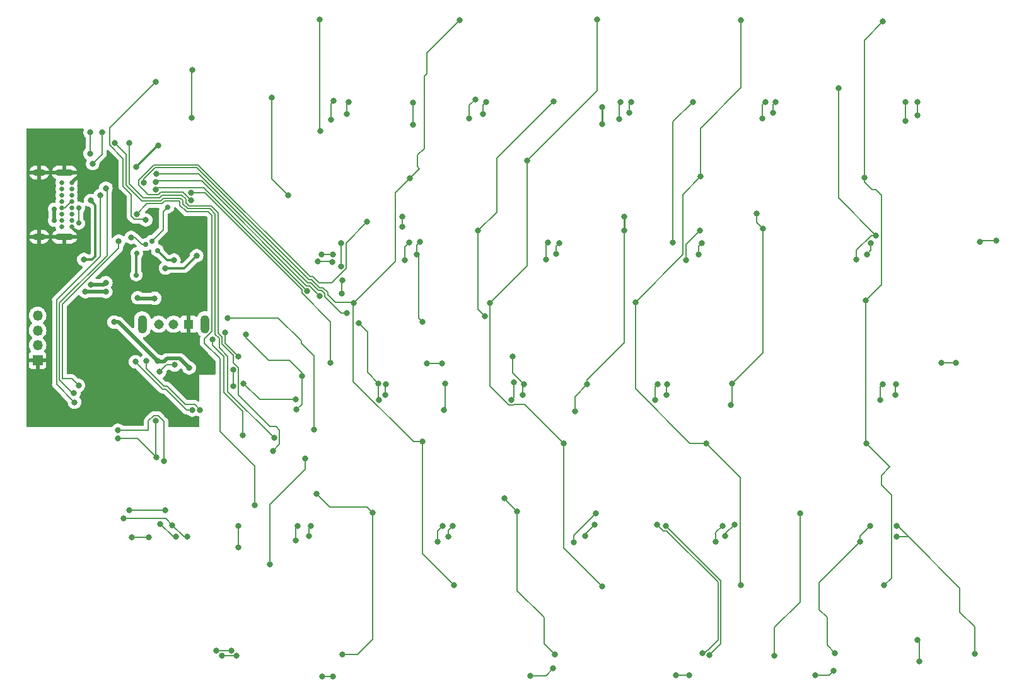
<source format=gbr>
%TF.GenerationSoftware,KiCad,Pcbnew,7.0.7*%
%TF.CreationDate,2024-01-07T23:51:42+01:00*%
%TF.ProjectId,kingslayer-28,6b696e67-736c-4617-9965-722d32382e6b,rev?*%
%TF.SameCoordinates,Original*%
%TF.FileFunction,Copper,L2,Bot*%
%TF.FilePolarity,Positive*%
%FSLAX46Y46*%
G04 Gerber Fmt 4.6, Leading zero omitted, Abs format (unit mm)*
G04 Created by KiCad (PCBNEW 7.0.7) date 2024-01-07 23:51:42*
%MOMM*%
%LPD*%
G01*
G04 APERTURE LIST*
%TA.AperFunction,ComponentPad*%
%ADD10C,0.650000*%
%TD*%
%TA.AperFunction,ComponentPad*%
%ADD11O,2.400000X0.900000*%
%TD*%
%TA.AperFunction,ComponentPad*%
%ADD12O,1.700000X0.900000*%
%TD*%
%TA.AperFunction,ComponentPad*%
%ADD13R,1.350000X1.350000*%
%TD*%
%TA.AperFunction,ComponentPad*%
%ADD14O,1.350000X1.350000*%
%TD*%
%TA.AperFunction,ComponentPad*%
%ADD15R,1.308000X1.308000*%
%TD*%
%TA.AperFunction,ComponentPad*%
%ADD16C,1.308000*%
%TD*%
%TA.AperFunction,ComponentPad*%
%ADD17O,1.230000X2.460000*%
%TD*%
%TA.AperFunction,ViaPad*%
%ADD18C,0.800000*%
%TD*%
%TA.AperFunction,ViaPad*%
%ADD19C,0.700000*%
%TD*%
%TA.AperFunction,Conductor*%
%ADD20C,0.500000*%
%TD*%
%TA.AperFunction,Conductor*%
%ADD21C,0.300000*%
%TD*%
%TA.AperFunction,Conductor*%
%ADD22C,0.200000*%
%TD*%
%TA.AperFunction,Conductor*%
%ADD23C,0.250000*%
%TD*%
G04 APERTURE END LIST*
D10*
%TO.P,USB1,A1,GND*%
%TO.N,GND*%
X85652848Y-71624800D03*
%TO.P,USB1,A4,VBUS*%
%TO.N,Net-(F1-Pad1)*%
X85652848Y-72474800D03*
%TO.P,USB1,A5,CC1*%
%TO.N,Net-(USB1-CC1)*%
X85652848Y-73324800D03*
%TO.P,USB1,A6,D+*%
%TO.N,d+*%
X85652848Y-74174800D03*
%TO.P,USB1,A7,D-*%
%TO.N,d-*%
X85652848Y-75024800D03*
%TO.P,USB1,A8,SBU1*%
%TO.N,unconnected-(USB1-SBU1-PadA8)*%
X85652848Y-75874800D03*
%TO.P,USB1,A9,VBUS*%
%TO.N,Net-(F1-Pad1)*%
X85652848Y-76724800D03*
%TO.P,USB1,A12,GND*%
%TO.N,GND*%
X85652848Y-77574800D03*
%TO.P,USB1,B1,GND*%
X84327848Y-77579800D03*
%TO.P,USB1,B4,VBUS*%
%TO.N,Net-(F1-Pad1)*%
X84327848Y-76729800D03*
%TO.P,USB1,B5,CC2*%
%TO.N,Net-(USB1-CC2)*%
X84327848Y-75879800D03*
%TO.P,USB1,B6,D+*%
%TO.N,d+*%
X84327848Y-75029800D03*
%TO.P,USB1,B7,D-*%
%TO.N,d-*%
X84327848Y-74179800D03*
%TO.P,USB1,B8,SBU2*%
%TO.N,unconnected-(USB1-SBU2-PadB8)*%
X84327848Y-73329800D03*
%TO.P,USB1,B9,VBUS*%
%TO.N,Net-(F1-Pad1)*%
X84327848Y-72479800D03*
%TO.P,USB1,B12,GND*%
%TO.N,GND*%
X84327848Y-71624800D03*
D11*
%TO.P,USB1,S1,Shell1*%
X84672848Y-70274800D03*
D12*
X81292848Y-70274800D03*
D11*
X84672848Y-78924800D03*
D12*
X81292848Y-78924800D03*
%TD*%
D13*
%TO.P,J1,1,Pin_1*%
%TO.N,GND*%
X81072448Y-95504000D03*
D14*
%TO.P,J1,2,Pin_2*%
%TO.N,swclk*%
X81072448Y-93504000D03*
%TO.P,J1,3,Pin_3*%
%TO.N,swdio*%
X81072448Y-91504000D03*
%TO.P,J1,4,Pin_4*%
%TO.N,+3V3*%
X81072448Y-89504000D03*
%TD*%
D15*
%TO.P,SW1,1,A*%
%TO.N,GND*%
X101344048Y-90678000D03*
D16*
%TO.P,SW1,2,B*%
%TO.N,Net-(SW1-B)*%
X99344048Y-90678000D03*
%TO.P,SW1,3,C*%
%TO.N,+3V3*%
X97344048Y-90678000D03*
D17*
%TO.P,SW1,S1*%
%TO.N,N/C*%
X103544048Y-90678000D03*
%TO.P,SW1,S2*%
X95144048Y-90678000D03*
%TD*%
D18*
%TO.N,+5V*%
X97205800Y-95633100D03*
X90237148Y-86309200D03*
X87477600Y-86309200D03*
X91348548Y-90398600D03*
X101437229Y-96560273D03*
D19*
%TO.N,nrst*%
X94382048Y-81153000D03*
X94331248Y-84074000D03*
D18*
%TO.N,row0*%
X96934346Y-58097746D03*
X95603094Y-76658000D03*
%TO.N,row1*%
X125323600Y-76936600D03*
X101684348Y-74041000D03*
%TO.N,row2*%
X204368400Y-95885000D03*
X120421400Y-95834200D03*
X202438000Y-95885000D03*
X135382000Y-95935800D03*
X133324600Y-95935800D03*
X101684348Y-73036200D03*
%TO.N,row3*%
X94361000Y-75869800D03*
X110210600Y-115011200D03*
%TO.N,row4*%
X108051600Y-120663700D03*
X91971904Y-79517386D03*
X86577550Y-98907600D03*
X108051600Y-117754400D03*
X98013022Y-109073178D03*
X91871800Y-104927400D03*
%TO.N,ca2*%
X178409600Y-62975663D03*
X178790600Y-60777163D03*
X178485800Y-77800200D03*
X120497600Y-63169800D03*
X120853200Y-60680600D03*
X197612000Y-63322200D03*
X177647600Y-75819000D03*
X139827000Y-60452000D03*
X174320200Y-98653600D03*
X197637400Y-60777163D03*
X159308800Y-60777163D03*
X139014200Y-62974000D03*
X174167800Y-101575576D03*
X159156400Y-63094967D03*
%TO.N,ca3*%
X153238200Y-102362000D03*
X154889200Y-98777576D03*
X156845000Y-63794967D03*
X156845000Y-61526663D03*
X159867600Y-76185500D03*
X159867600Y-78079600D03*
%TO.N,ca4*%
X132410200Y-79603600D03*
X192405000Y-81280000D03*
X132741339Y-90391110D03*
X169849800Y-81305400D03*
X135661400Y-102235000D03*
X151130000Y-79777141D03*
X207594200Y-79578200D03*
X150698200Y-81254600D03*
X120751600Y-81305400D03*
X135788400Y-98653600D03*
X192963800Y-79777576D03*
X209829400Y-79476600D03*
X170256200Y-79777576D03*
X132003800Y-81330800D03*
X119227600Y-81305400D03*
%TO.N,ca1*%
X141274800Y-60833000D03*
X179857400Y-62276163D03*
X199212200Y-62585600D03*
X122580400Y-62419500D03*
X160502600Y-62276163D03*
X199212200Y-60777163D03*
X122859800Y-60775500D03*
X160756600Y-60777163D03*
X180136800Y-60777163D03*
X140893800Y-62395467D03*
%TO.N,ca5*%
X193663300Y-78740000D03*
X149606000Y-79730600D03*
X149326600Y-81954100D03*
X120662195Y-82301917D03*
X115849400Y-102151700D03*
X170002200Y-78105000D03*
X168173400Y-82067400D03*
X131013200Y-79654400D03*
X109024567Y-92057367D03*
X191033400Y-81979500D03*
X116560600Y-97663000D03*
X118668800Y-82270600D03*
X130403600Y-82030300D03*
X188595000Y-58978800D03*
%TO.N,ca6*%
X166370000Y-79705200D03*
X107340400Y-96792100D03*
X169037000Y-60777163D03*
X107315000Y-98991100D03*
%TO.N,ca8*%
X131470400Y-60896467D03*
X121818400Y-82893900D03*
X124168900Y-90525600D03*
X131470400Y-63818500D03*
X115697000Y-100812600D03*
X194208400Y-100876076D03*
X194538600Y-98777141D03*
X126847600Y-98628200D03*
X108720090Y-98623933D03*
X144678400Y-100876076D03*
X121945400Y-86588600D03*
X121818400Y-79777141D03*
X130073400Y-76185500D03*
X163982400Y-100876076D03*
X126910422Y-100825978D03*
X121970800Y-84770500D03*
X164312600Y-98777576D03*
X145034000Y-98501200D03*
X130073400Y-77584500D03*
%TO.N,ca9*%
X106273600Y-91821000D03*
X114757200Y-73329800D03*
X112547400Y-60198000D03*
X108067469Y-94992951D03*
%TO.N,ca7*%
X165481000Y-100176576D03*
X165582600Y-98777576D03*
X146253200Y-100176576D03*
X127844002Y-98706863D03*
X150368000Y-60706000D03*
X196265800Y-100176141D03*
X140233400Y-78105000D03*
X146405600Y-98777576D03*
X141134100Y-89560400D03*
X127762000Y-100181462D03*
X196342000Y-98777141D03*
X144830800Y-95046800D03*
%TO.N,cb2*%
X99621078Y-119266700D03*
X156006800Y-116128800D03*
X135432800Y-117777576D03*
X134772400Y-119875641D03*
X188137800Y-134874000D03*
X115951000Y-117777141D03*
X93345000Y-115671600D03*
X191490600Y-119901700D03*
X192862200Y-117777576D03*
X153111200Y-119952500D03*
X97561400Y-117500400D03*
X98247200Y-115697000D03*
X172161200Y-119913400D03*
X115773200Y-119774700D03*
X173024800Y-117777141D03*
%TO.N,cb3*%
X170321811Y-134914211D03*
X164261800Y-117627400D03*
X93726000Y-119329200D03*
X95987348Y-119329200D03*
%TO.N,cb4*%
X120751600Y-137998200D03*
X119253000Y-138023600D03*
X185496200Y-137832100D03*
X150291800Y-136968500D03*
X199212200Y-133135500D03*
X168579800Y-137820400D03*
X166776400Y-137820400D03*
X107809558Y-135268314D03*
X199455000Y-136031662D03*
X187934600Y-137298700D03*
X147269200Y-137922000D03*
X105791678Y-135228922D03*
%TO.N,cb1*%
X173405800Y-119176141D03*
X196443600Y-119202200D03*
X89484200Y-73329800D03*
X136245600Y-119253000D03*
X174650400Y-117602000D03*
X155829000Y-117602000D03*
X89738200Y-64883300D03*
X99161600Y-117675000D03*
X154559000Y-119176576D03*
X92645000Y-116789200D03*
X88468878Y-69087322D03*
X101193600Y-119266700D03*
X196406500Y-117777576D03*
X86030478Y-101167522D03*
X206908400Y-134975600D03*
X136829800Y-117777576D03*
X117500400Y-119176141D03*
X117779800Y-117777141D03*
%TO.N,cb5*%
X180035200Y-135255000D03*
X107085722Y-134530100D03*
X105080125Y-134518075D03*
X183464200Y-116103400D03*
%TO.N,cb6*%
X171294275Y-135145121D03*
X165404800Y-117754400D03*
%TO.N,cb7*%
X150520400Y-135077200D03*
X93370400Y-66305700D03*
X112699800Y-107696000D03*
X143738600Y-114075501D03*
X145491200Y-115874800D03*
%TO.N,cb8*%
X122021600Y-135102600D03*
X112826800Y-105968800D03*
X118541800Y-113475500D03*
X126085600Y-116052600D03*
X91440000Y-66294000D03*
%TO.N,cb9*%
X91883822Y-106005900D03*
X90242746Y-72390000D03*
X97028000Y-108569502D03*
X96951800Y-103669100D03*
X88112600Y-64883300D03*
X88112600Y-67741800D03*
X85977548Y-99898200D03*
D19*
%TO.N,Net-(F1-Pad1)*%
X83297113Y-75180300D03*
X83333048Y-76733400D03*
D18*
%TO.N,col0*%
X192303400Y-87477600D03*
X96973148Y-72563748D03*
X194716400Y-125780800D03*
X192328800Y-106680000D03*
X192125600Y-70942200D03*
X194589400Y-49987200D03*
X117272478Y-86206922D03*
%TO.N,col1*%
X118922800Y-86868000D03*
X96977724Y-71564256D03*
X175539400Y-49809400D03*
X175488600Y-125780800D03*
X170865800Y-106680000D03*
X170129200Y-70840600D03*
X161340800Y-87706200D03*
%TO.N,col2*%
X122605800Y-89179400D03*
X156870400Y-125882400D03*
X146812000Y-68681600D03*
X151714200Y-106680000D03*
X96995072Y-70465772D03*
X156235400Y-49758600D03*
X141833600Y-87782400D03*
%TO.N,col3*%
X95322882Y-71669134D03*
X132791200Y-106451400D03*
X123545600Y-87807800D03*
X131089400Y-71018400D03*
X137718800Y-49834800D03*
X137007600Y-125730000D03*
%TO.N,col4*%
X117020612Y-108742483D03*
X119075200Y-64719200D03*
X118160800Y-104800400D03*
X106629200Y-89814400D03*
X112254622Y-122974778D03*
X118922800Y-49682400D03*
%TO.N,col5*%
X108661200Y-105638600D03*
X104521000Y-92760800D03*
X101828600Y-56515000D03*
X101777800Y-62890400D03*
D19*
%TO.N,d+*%
X86626712Y-75046246D03*
X86600237Y-77108566D03*
D18*
%TO.N,boot0*%
X99381705Y-82066030D03*
D19*
X97163248Y-80754650D03*
D18*
%TO.N,/RGB/scl*%
X101862797Y-102215831D03*
X94221500Y-95732600D03*
X93651468Y-79004456D03*
D19*
X95623812Y-79966381D03*
%TO.N,/RGB/sda*%
X98588148Y-74909498D03*
D18*
X102861360Y-102172500D03*
X95656400Y-95605600D03*
D19*
X96428550Y-79508000D03*
D18*
%TO.N,intb*%
X97459800Y-97053400D03*
X99474988Y-96153078D03*
%TO.N,GND*%
X101066600Y-103708200D03*
D19*
X82520248Y-68326000D03*
X99822000Y-88722200D03*
X83688648Y-82753200D03*
X96697800Y-77409500D03*
X102909100Y-77266800D03*
X82748848Y-102616000D03*
X87270048Y-80568800D03*
X92527848Y-75920600D03*
X96783669Y-85917915D03*
X81047048Y-87350600D03*
X91638848Y-96494600D03*
D18*
%TO.N,+3V3*%
X94310878Y-69571278D03*
X97288148Y-66649600D03*
X98247200Y-83134200D03*
X88214200Y-74041000D03*
X87274400Y-81965800D03*
X94514100Y-87122000D03*
X96813100Y-87198200D03*
X90237148Y-85090000D03*
X88238148Y-85344000D03*
X102438200Y-81457800D03*
%TD*%
D20*
%TO.N,+5V*%
X91971300Y-90398600D02*
X91348548Y-90398600D01*
X101437229Y-96560273D02*
X100180034Y-95303078D01*
X98432305Y-95303078D02*
X98078983Y-95656400D01*
X98078983Y-95656400D02*
X97242900Y-95656400D01*
X100180034Y-95303078D02*
X98432305Y-95303078D01*
X90237148Y-86309200D02*
X87477600Y-86309200D01*
X97205800Y-95633100D02*
X91971300Y-90398600D01*
D21*
%TO.N,nrst*%
X94331248Y-81203800D02*
X94382048Y-81153000D01*
X94331248Y-84074000D02*
X94331248Y-81203800D01*
D22*
%TO.N,row0*%
X95603094Y-76658000D02*
X95514894Y-76569800D01*
X93649800Y-73237138D02*
X92570400Y-72157737D01*
X95514894Y-76569800D02*
X94071050Y-76569800D01*
X94071050Y-76569800D02*
X93649800Y-76148550D01*
X92570400Y-68440400D02*
X90740000Y-66610000D01*
X93649800Y-76148550D02*
X93649800Y-73237138D01*
X92570400Y-72157737D02*
X92570400Y-68440400D01*
X90740000Y-66610000D02*
X90740000Y-64292092D01*
X90740000Y-64292092D02*
X96934346Y-58097746D01*
%TO.N,row1*%
X122518400Y-79741800D02*
X125323600Y-76936600D01*
X94622882Y-71283033D02*
X96659115Y-69246800D01*
X102617658Y-69246800D02*
X117677780Y-84306922D01*
X101447600Y-73789402D02*
X100556198Y-72898000D01*
X97263098Y-73263748D02*
X95927546Y-73263748D01*
X97628846Y-72898000D02*
X97263098Y-73263748D01*
X101447600Y-73804252D02*
X101447600Y-73789402D01*
X96659115Y-69246800D02*
X102617658Y-69246800D01*
X122518400Y-83183850D02*
X122518400Y-79741800D01*
X118893363Y-85140800D02*
X120561450Y-85140800D01*
X117677780Y-84306922D02*
X118059486Y-84306922D01*
X101684348Y-74041000D02*
X101447600Y-73804252D01*
X100556198Y-72898000D02*
X97628846Y-72898000D01*
X120561450Y-85140800D02*
X122518400Y-83183850D01*
X94622882Y-71959084D02*
X94622882Y-71283033D01*
X95927546Y-73263748D02*
X94622882Y-71959084D01*
X118059486Y-84306922D02*
X118893363Y-85140800D01*
%TO.N,row2*%
X135382000Y-95935800D02*
X133324600Y-95935800D01*
X116572478Y-86072608D02*
X116572478Y-86496872D01*
X120421400Y-90345794D02*
X120421400Y-95834200D01*
X202438000Y-95885000D02*
X204368400Y-95885000D01*
X103536070Y-73036200D02*
X116572478Y-86072608D01*
X101684348Y-73036200D02*
X103536070Y-73036200D01*
X116572478Y-86496872D02*
X120421400Y-90345794D01*
%TO.N,row3*%
X101063028Y-75541000D02*
X100184348Y-74662321D01*
X104459048Y-76061848D02*
X103938200Y-75541000D01*
X100097340Y-74136200D02*
X98087704Y-74136200D01*
X98087704Y-74136200D02*
X97760155Y-74463748D01*
X110210600Y-109724575D02*
X105562400Y-105076375D01*
X97760155Y-74463748D02*
X95767052Y-74463748D01*
X110210600Y-115011200D02*
X110210600Y-109724575D01*
X103938200Y-75541000D02*
X101063028Y-75541000D01*
X95767052Y-74463748D02*
X94361000Y-75869800D01*
X103479600Y-93218000D02*
X103479600Y-92651453D01*
X104459048Y-91672005D02*
X104459048Y-76061848D01*
X105562400Y-105076375D02*
X105562400Y-95300800D01*
X103479600Y-92651453D02*
X104459048Y-91672005D01*
X105562400Y-95300800D02*
X103479600Y-93218000D01*
X100184348Y-74223208D02*
X100097340Y-74136200D01*
X100184348Y-74662321D02*
X100184348Y-74223208D01*
%TO.N,row4*%
X98018600Y-103745950D02*
X97241750Y-102969100D01*
X98013022Y-109073178D02*
X98018600Y-109067600D01*
X95961200Y-103669750D02*
X95961200Y-104927400D01*
X97241750Y-102969100D02*
X96661850Y-102969100D01*
X98018600Y-109067600D02*
X98018600Y-103745950D01*
X96661850Y-102969100D02*
X95961200Y-103669750D01*
X84415400Y-87999800D02*
X84415400Y-97997514D01*
X91971904Y-79517386D02*
X91971904Y-80443296D01*
X84415400Y-97997514D02*
X85667464Y-97997514D01*
X108051600Y-120663700D02*
X108051600Y-117754400D01*
X91971904Y-80443296D02*
X84415400Y-87999800D01*
X95961200Y-104927400D02*
X91871800Y-104927400D01*
X85667464Y-97997514D02*
X86577550Y-98907600D01*
%TO.N,ca2*%
X139014200Y-62974000D02*
X139014200Y-61264800D01*
X178485800Y-94488000D02*
X174320200Y-98653600D01*
X159156400Y-63094967D02*
X159156400Y-60929563D01*
X174320200Y-101423176D02*
X174320200Y-98653600D01*
X178409600Y-61158163D02*
X178790600Y-60777163D01*
X139014200Y-61264800D02*
X139827000Y-60452000D01*
X197612000Y-60802563D02*
X197637400Y-60777163D01*
X120497600Y-61036200D02*
X120853200Y-60680600D01*
X174167800Y-101575576D02*
X174320200Y-101423176D01*
X177647600Y-75819000D02*
X177647600Y-76962000D01*
X178409600Y-62975663D02*
X178409600Y-61158163D01*
X159156400Y-60929563D02*
X159308800Y-60777163D01*
X197612000Y-63322200D02*
X197612000Y-60802563D01*
X120497600Y-63169800D02*
X120497600Y-61036200D01*
X177647600Y-76962000D02*
X178485800Y-77800200D01*
X178485800Y-77800200D02*
X178485800Y-94488000D01*
%TO.N,ca3*%
X159867600Y-93167200D02*
X154889200Y-98145600D01*
X153238200Y-100428576D02*
X154889200Y-98777576D01*
D23*
X159867600Y-76185500D02*
X159867600Y-78079600D01*
D22*
X159867600Y-78079600D02*
X159867600Y-93167200D01*
X154889200Y-98145600D02*
X154889200Y-98777576D01*
X153238200Y-102362000D02*
X153238200Y-100428576D01*
D23*
X156845000Y-61526663D02*
X156845000Y-63794967D01*
D22*
%TO.N,ca4*%
X120751600Y-81305400D02*
X119227600Y-81305400D01*
X150698200Y-81254600D02*
X150698200Y-80208941D01*
X207695800Y-79476600D02*
X207594200Y-79578200D01*
X132207000Y-81534000D02*
X132003800Y-81330800D01*
X169849800Y-81305400D02*
X169849800Y-80183976D01*
X132207000Y-89856771D02*
X132207000Y-81534000D01*
X135788400Y-98653600D02*
X135788400Y-102108000D01*
X132003800Y-81330800D02*
X132003800Y-80010000D01*
X169849800Y-80183976D02*
X170256200Y-79777576D01*
X209829400Y-79476600D02*
X207695800Y-79476600D01*
X135788400Y-102108000D02*
X135661400Y-102235000D01*
X192963800Y-79777576D02*
X192963800Y-80721200D01*
X192963800Y-80721200D02*
X192405000Y-81280000D01*
X132741339Y-90391110D02*
X132207000Y-89856771D01*
X132003800Y-80010000D02*
X132410200Y-79603600D01*
X150698200Y-80208941D02*
X151130000Y-79777141D01*
%TO.N,ca1*%
X140893800Y-61214000D02*
X141274800Y-60833000D01*
X179857400Y-62276163D02*
X179857400Y-61056563D01*
X140893800Y-62395467D02*
X140893800Y-61214000D01*
X122580400Y-62419500D02*
X122580400Y-61054900D01*
X199212200Y-62585600D02*
X199212200Y-60777163D01*
X122580400Y-61054900D02*
X122859800Y-60775500D01*
X160502600Y-62276163D02*
X160502600Y-61031163D01*
X160502600Y-61031163D02*
X160756600Y-60777163D01*
X179857400Y-61056563D02*
X180136800Y-60777163D01*
%TO.N,ca5*%
X120630878Y-82270600D02*
X118668800Y-82270600D01*
X149326600Y-81954100D02*
X149326600Y-80010000D01*
X115849400Y-102151700D02*
X116560600Y-101440500D01*
X116560600Y-97180400D02*
X116560600Y-97663000D01*
X116560600Y-101440500D02*
X116560600Y-97663000D01*
X168173400Y-82067400D02*
X168173400Y-79933800D01*
X112067473Y-95529400D02*
X114909600Y-95529400D01*
X191033400Y-80718026D02*
X191033400Y-81979500D01*
X193011426Y-78740000D02*
X191033400Y-80718026D01*
X130403600Y-82030300D02*
X130403600Y-80264000D01*
X149326600Y-80010000D02*
X149606000Y-79730600D01*
X114909600Y-95529400D02*
X116560600Y-97180400D01*
X193663300Y-78740000D02*
X193011426Y-78740000D01*
X168173400Y-79933800D02*
X170002200Y-78105000D01*
X120662195Y-82301917D02*
X120630878Y-82270600D01*
X188595000Y-73671700D02*
X193663300Y-78740000D01*
X130403600Y-80264000D02*
X131013200Y-79654400D01*
X109024567Y-92486494D02*
X112067473Y-95529400D01*
X109024567Y-92057367D02*
X109024567Y-92486494D01*
X188595000Y-58978800D02*
X188595000Y-73671700D01*
%TO.N,ca6*%
X166370000Y-63444163D02*
X166370000Y-79705200D01*
X107315000Y-96817500D02*
X107340400Y-96792100D01*
X107315000Y-98991100D02*
X107315000Y-96817500D01*
X169037000Y-60777163D02*
X166370000Y-63444163D01*
%TO.N,ca8*%
X194208400Y-99107341D02*
X194538600Y-98777141D01*
X163982400Y-100876076D02*
X163982400Y-99107776D01*
X145034000Y-100520476D02*
X145034000Y-98501200D01*
X110908757Y-100812600D02*
X115697000Y-100812600D01*
X126910422Y-100825978D02*
X126847600Y-100763156D01*
X121818400Y-79777141D02*
X121818400Y-82893900D01*
X130073400Y-76185500D02*
X130073400Y-77584500D01*
X194208400Y-100876076D02*
X194208400Y-99107341D01*
X163982400Y-99107776D02*
X164312600Y-98777576D01*
X108720090Y-98623933D02*
X110908757Y-100812600D01*
X125371948Y-91728648D02*
X124168900Y-90525600D01*
X125371948Y-97152548D02*
X125371948Y-91728648D01*
X126847600Y-98628200D02*
X125371948Y-97152548D01*
X126847600Y-100763156D02*
X126847600Y-98628200D01*
X121945400Y-86588600D02*
X121945400Y-84795900D01*
X131470400Y-60896467D02*
X131470400Y-63818500D01*
X121945400Y-84795900D02*
X121970800Y-84770500D01*
X144678400Y-100876076D02*
X145034000Y-100520476D01*
%TO.N,ca9*%
X112547400Y-60198000D02*
X112547400Y-71120000D01*
X106273600Y-91821000D02*
X106273600Y-93199082D01*
X106273600Y-93199082D02*
X108067469Y-94992951D01*
X112547400Y-71120000D02*
X114757200Y-73329800D01*
%TO.N,ca7*%
X146253200Y-100176576D02*
X146253200Y-98929976D01*
X142733748Y-75604652D02*
X140233400Y-78105000D01*
X144830800Y-97202776D02*
X146405600Y-98777576D01*
X150368000Y-60706000D02*
X142733748Y-68340252D01*
X146253200Y-98929976D02*
X146405600Y-98777576D01*
X144830800Y-95046800D02*
X144830800Y-97202776D01*
X165481000Y-100176576D02*
X165481000Y-98879176D01*
X196265800Y-100176141D02*
X196265800Y-98853341D01*
X165481000Y-98879176D02*
X165582600Y-98777576D01*
X127762000Y-98788865D02*
X127844002Y-98706863D01*
X140233400Y-88659700D02*
X141134100Y-89560400D01*
X140233400Y-78105000D02*
X140233400Y-88659700D01*
X196265800Y-98853341D02*
X196342000Y-98777141D01*
X127762000Y-100181462D02*
X127762000Y-98788865D01*
X142733748Y-68340252D02*
X142733748Y-75604652D01*
%TO.N,cb2*%
X187096553Y-133832753D02*
X187096553Y-130110000D01*
X115773200Y-119774700D02*
X115773200Y-117954941D01*
X97561400Y-117500400D02*
X99327700Y-119266700D01*
X98247200Y-115697000D02*
X98221800Y-115671600D01*
X153111200Y-119952500D02*
X153111200Y-119024400D01*
X172161200Y-119913400D02*
X172161200Y-118640741D01*
X191490600Y-119149176D02*
X192862200Y-117777576D01*
X134772400Y-119875641D02*
X134772400Y-118437976D01*
X153111200Y-119024400D02*
X156006800Y-116128800D01*
X134772400Y-118437976D02*
X135432800Y-117777576D01*
X172161200Y-118640741D02*
X173024800Y-117777141D01*
X186012848Y-125379452D02*
X191490600Y-119901700D01*
X115773200Y-117954941D02*
X115951000Y-117777141D01*
X187096553Y-130110000D02*
X186012848Y-129026295D01*
X188137800Y-134874000D02*
X187096553Y-133832753D01*
X191490600Y-119901700D02*
X191490600Y-119149176D01*
X98221800Y-115671600D02*
X93345000Y-115671600D01*
X99327700Y-119266700D02*
X99621078Y-119266700D01*
X186012848Y-129026295D02*
X186012848Y-125379452D01*
%TO.N,cb3*%
X172440600Y-125355886D02*
X165539114Y-118454400D01*
X170321811Y-134914211D02*
X170594275Y-134914211D01*
X171004325Y-134445121D02*
X171149893Y-134445121D01*
X172440600Y-133154414D02*
X172440600Y-125355886D01*
X165088800Y-118454400D02*
X164261800Y-117627400D01*
X165539114Y-118454400D02*
X165088800Y-118454400D01*
X170594275Y-134855171D02*
X171004325Y-134445121D01*
X95987348Y-119329200D02*
X93726000Y-119329200D01*
X170594275Y-134914211D02*
X170594275Y-134855171D01*
X171149893Y-134445121D02*
X172440600Y-133154414D01*
%TO.N,cb4*%
X105792356Y-135229600D02*
X105791678Y-135228922D01*
X149338300Y-137922000D02*
X150291800Y-136968500D01*
X199455000Y-133378300D02*
X199455000Y-136031662D01*
X107809558Y-135268314D02*
X107770844Y-135229600D01*
X185496200Y-137832100D02*
X187401200Y-137832100D01*
X119253000Y-138023600D02*
X120726200Y-138023600D01*
X187401200Y-137832100D02*
X187934600Y-137298700D01*
X166776400Y-137820400D02*
X168579800Y-137820400D01*
X107770844Y-135229600D02*
X105792356Y-135229600D01*
X147269200Y-137922000D02*
X149338300Y-137922000D01*
X199212200Y-133135500D02*
X199455000Y-133378300D01*
X120726200Y-138023600D02*
X120751600Y-137998200D01*
%TO.N,cb1*%
X173405800Y-119176141D02*
X173405800Y-118846600D01*
X204927200Y-126136400D02*
X204927200Y-129359577D01*
X204927200Y-129359577D02*
X206908400Y-131340777D01*
X196568376Y-117777576D02*
X198196200Y-119405400D01*
X206908400Y-131340777D02*
X206908400Y-134975600D01*
X117500400Y-119176141D02*
X117500400Y-118056541D01*
X136245600Y-118361776D02*
X136829800Y-117777576D01*
X89738200Y-64883300D02*
X89738200Y-67818000D01*
X89484200Y-81534000D02*
X83615400Y-87402800D01*
X89484200Y-73329800D02*
X89484200Y-81534000D01*
X136245600Y-119253000D02*
X136245600Y-118361776D01*
X154559000Y-118872000D02*
X155829000Y-117602000D01*
X92645000Y-116789200D02*
X98275800Y-116789200D01*
X83615400Y-87402800D02*
X83615400Y-98752444D01*
X83615400Y-98752444D02*
X86030478Y-101167522D01*
X89738200Y-67818000D02*
X88468878Y-69087322D01*
X117500400Y-118056541D02*
X117779800Y-117777141D01*
X196406500Y-117777576D02*
X196568376Y-117777576D01*
X154559000Y-119176576D02*
X154559000Y-118872000D01*
X98275800Y-116789200D02*
X99161600Y-117675000D01*
X99161600Y-117675000D02*
X100753300Y-119266700D01*
X197993000Y-119202200D02*
X198196200Y-119405400D01*
X196443600Y-119202200D02*
X197993000Y-119202200D01*
X173405800Y-118846600D02*
X174650400Y-117602000D01*
X198196200Y-119405400D02*
X204927200Y-126136400D01*
X100753300Y-119266700D02*
X101193600Y-119266700D01*
%TO.N,cb5*%
X107073697Y-134518075D02*
X105080125Y-134518075D01*
X180035200Y-131435977D02*
X180035200Y-135255000D01*
X107085722Y-134530100D02*
X107073697Y-134518075D01*
X183464200Y-116103400D02*
X183464200Y-128006977D01*
X183464200Y-128006977D02*
X180035200Y-131435977D01*
%TO.N,cb6*%
X172840600Y-133598796D02*
X172840600Y-125190200D01*
X172840600Y-125190200D02*
X165404800Y-117754400D01*
X171294275Y-135145121D02*
X172840600Y-133598796D01*
%TO.N,cb7*%
X107367469Y-94858637D02*
X107367469Y-95829219D01*
X105873600Y-92410950D02*
X105873600Y-93364768D01*
X113576800Y-104890000D02*
X113576800Y-106819000D01*
X105333800Y-75717400D02*
X105333800Y-91871150D01*
X100984348Y-74330950D02*
X101394398Y-74741000D01*
X107367469Y-95829219D02*
X108040400Y-96502150D01*
X113131600Y-104444800D02*
X113576800Y-104890000D01*
X104357400Y-74741000D02*
X105333800Y-75717400D01*
X150520400Y-135077200D02*
X149096553Y-133653353D01*
X143738600Y-114075501D02*
X143827500Y-114164401D01*
X97428784Y-73663748D02*
X97788132Y-73304400D01*
X93370400Y-66305700D02*
X93370400Y-71826366D01*
X101394398Y-74741000D02*
X104357400Y-74741000D01*
X97788132Y-73304400D02*
X100396912Y-73304400D01*
X143827500Y-114211100D02*
X145491200Y-115874800D01*
X105333800Y-91871150D02*
X105873600Y-92410950D01*
X100984348Y-73891836D02*
X100984348Y-74330950D01*
X113576800Y-106819000D02*
X112699800Y-107696000D01*
X100396912Y-73304400D02*
X100984348Y-73891836D01*
X143827500Y-114164401D02*
X143827500Y-114211100D01*
X149096553Y-133653353D02*
X149096553Y-130110000D01*
X95207782Y-73663748D02*
X97428784Y-73663748D01*
X108015000Y-100166400D02*
X112293400Y-104444800D01*
X149096553Y-130110000D02*
X145491200Y-126504647D01*
X108040400Y-97082050D02*
X108015000Y-97107450D01*
X108040400Y-96502150D02*
X108040400Y-97082050D01*
X108015000Y-97107450D02*
X108015000Y-100166400D01*
X112293400Y-104444800D02*
X113131600Y-104444800D01*
X145491200Y-126504647D02*
X145491200Y-115874800D01*
X105873600Y-93364768D02*
X107367469Y-94858637D01*
X93370400Y-71826366D02*
X95207782Y-73663748D01*
%TO.N,cb8*%
X120339728Y-115273428D02*
X125306428Y-115273428D01*
X97594470Y-74063748D02*
X97922018Y-73736200D01*
X100584348Y-74057522D02*
X100584348Y-74496636D01*
X104191714Y-75141000D02*
X104933800Y-75883086D01*
X104933800Y-75883086D02*
X104933800Y-92036836D01*
X122021600Y-135102600D02*
X124052950Y-135102600D01*
X95042097Y-74063748D02*
X97594470Y-74063748D01*
X106603800Y-94977486D02*
X106603800Y-99745800D01*
X97922018Y-73736200D02*
X100263026Y-73736200D01*
X92970400Y-67824400D02*
X92970400Y-71992052D01*
X101228713Y-75141000D02*
X104191714Y-75141000D01*
X100263026Y-73736200D02*
X100584348Y-74057522D01*
X105473600Y-92576636D02*
X105473600Y-93847286D01*
X126085600Y-133069950D02*
X126085600Y-116052600D01*
X106603800Y-99745800D02*
X112826800Y-105968800D01*
X118541800Y-113475500D02*
X120339728Y-115273428D01*
X105473600Y-93847286D02*
X106603800Y-94977486D01*
X125306428Y-115273428D02*
X126085600Y-116052600D01*
X92970400Y-71992052D02*
X95042097Y-74063748D01*
X124052950Y-135102600D02*
X126085600Y-133069950D01*
X104933800Y-92036836D02*
X105473600Y-92576636D01*
X100584348Y-74496636D02*
X101228713Y-75141000D01*
X91440000Y-66294000D02*
X92970400Y-67824400D01*
%TO.N,cb9*%
X91883822Y-106005900D02*
X94464398Y-106005900D01*
X85977548Y-99898200D02*
X85750400Y-99898200D01*
X90392200Y-72539454D02*
X90242746Y-72390000D01*
X85750400Y-99898200D02*
X84015400Y-98163199D01*
X84015400Y-87834114D02*
X90392200Y-81457314D01*
X96951800Y-103669100D02*
X96951800Y-108493302D01*
X96951800Y-108493302D02*
X97028000Y-108569502D01*
X88112600Y-64883300D02*
X88112600Y-67741800D01*
X90392200Y-81457314D02*
X90392200Y-72539454D01*
X84015400Y-98163199D02*
X84015400Y-87834114D01*
X94464398Y-106005900D02*
X97028000Y-108569502D01*
D20*
%TO.N,Net-(F1-Pad1)*%
X83333048Y-76733400D02*
X83333048Y-75216235D01*
X83333048Y-75216235D02*
X83297113Y-75180300D01*
D22*
%TO.N,col0*%
X192303400Y-87477600D02*
X192303400Y-106654600D01*
X192125600Y-66339504D02*
X192102848Y-66316752D01*
X194371948Y-110986852D02*
X194371948Y-112297429D01*
X193670277Y-72599100D02*
X194373748Y-73302571D01*
X195707000Y-113632481D02*
X195707000Y-124790200D01*
X97200696Y-72336200D02*
X103401756Y-72336200D01*
X192303400Y-106654600D02*
X192328800Y-106680000D01*
X192102848Y-66316752D02*
X192102848Y-52473752D01*
X192125600Y-70942200D02*
X192125600Y-66339504D01*
X194373748Y-85407252D02*
X192303400Y-87477600D01*
X195707000Y-124790200D02*
X194716400Y-125780800D01*
X192102848Y-52473752D02*
X194589400Y-49987200D01*
X195503800Y-109855000D02*
X194371948Y-110986852D01*
X96973148Y-72563748D02*
X97200696Y-72336200D01*
X192125600Y-71577200D02*
X193147500Y-72599100D01*
X194373748Y-73302571D02*
X194373748Y-85407252D01*
X103401756Y-72336200D02*
X117272478Y-86206922D01*
X194371948Y-112297429D02*
X195707000Y-113632481D01*
X193147500Y-72599100D02*
X193670277Y-72599100D01*
X192125600Y-70942200D02*
X192125600Y-71577200D01*
X192328800Y-106680000D02*
X195503800Y-109855000D01*
%TO.N,col1*%
X170062848Y-70774248D02*
X170062848Y-64379152D01*
X175439300Y-125731500D02*
X175488600Y-125780800D01*
X170062848Y-64379152D02*
X175539400Y-58902600D01*
X118922800Y-86867294D02*
X118922800Y-86868000D01*
X117180722Y-85506922D02*
X117562428Y-85506922D01*
X170129200Y-70840600D02*
X167716200Y-73253600D01*
X161340800Y-87706200D02*
X161340800Y-99339400D01*
X170865800Y-106680000D02*
X175439300Y-111253500D01*
X167716200Y-81330800D02*
X161340800Y-87706200D01*
X168681400Y-106680000D02*
X170865800Y-106680000D01*
X161340800Y-99339400D02*
X168681400Y-106680000D01*
X96977724Y-71564256D02*
X97114774Y-71427206D01*
X167716200Y-73253600D02*
X167716200Y-81330800D01*
X175439300Y-111253500D02*
X175439300Y-125731500D01*
X175539400Y-58902600D02*
X175539400Y-49809400D01*
X170129200Y-70840600D02*
X170062848Y-70774248D01*
X97114774Y-71427206D02*
X103101006Y-71427206D01*
X117562428Y-85506922D02*
X118922800Y-86867294D01*
X103101006Y-71427206D02*
X117180722Y-85506922D01*
%TO.N,col2*%
X156235400Y-49758600D02*
X156235400Y-59258200D01*
X144968350Y-101576076D02*
X145128913Y-101415513D01*
X121818400Y-89179400D02*
X122605800Y-89179400D01*
X119212750Y-86168000D02*
X119622800Y-86578050D01*
X156235400Y-59258200D02*
X146812000Y-68681600D01*
X117346408Y-85106922D02*
X117728114Y-85106922D01*
X144388450Y-101576076D02*
X144968350Y-101576076D01*
X141833600Y-87782400D02*
X141833600Y-99021226D01*
X151714200Y-120726200D02*
X156870400Y-125882400D01*
X96995072Y-70465772D02*
X102705258Y-70465772D01*
X145128913Y-101415513D02*
X146449713Y-101415513D01*
X151714200Y-106680000D02*
X151714200Y-120726200D01*
X146812000Y-68681600D02*
X146812000Y-82804000D01*
X117728114Y-85106922D02*
X118789191Y-86168000D01*
X102705258Y-70465772D02*
X117346408Y-85106922D01*
X146812000Y-82804000D02*
X141833600Y-87782400D01*
X146449713Y-101415513D02*
X151714200Y-106680000D01*
X118789191Y-86168000D02*
X119212750Y-86168000D01*
X119622800Y-86983800D02*
X121818400Y-89179400D01*
X141833600Y-99021226D02*
X144388450Y-101576076D01*
X119622800Y-86578050D02*
X119622800Y-86983800D01*
%TO.N,col3*%
X133333748Y-54219852D02*
X137718800Y-49834800D01*
X129082800Y-82270600D02*
X123545600Y-87807800D01*
X118954877Y-85768000D02*
X119378436Y-85768000D01*
X123186485Y-87807800D02*
X123545600Y-87807800D01*
X129082800Y-73025000D02*
X129082800Y-82270600D01*
X131089400Y-71018400D02*
X129082800Y-73025000D01*
X132062848Y-69486295D02*
X132062848Y-67953705D01*
X95322882Y-71669134D02*
X95322882Y-71148718D01*
X132969000Y-57334481D02*
X133333748Y-56969733D01*
X132791200Y-121513600D02*
X132791200Y-106451400D01*
X133333748Y-56969733D02*
X133333748Y-54219852D01*
X96824800Y-69646800D02*
X102451972Y-69646800D01*
X132969000Y-67047553D02*
X132969000Y-57334481D01*
X137007600Y-125730000D02*
X132791200Y-121513600D01*
X131546600Y-106451400D02*
X123469400Y-98374200D01*
X120022800Y-86412364D02*
X120022800Y-86723400D01*
X121070857Y-87771457D02*
X123150143Y-87771457D01*
X131089400Y-71018400D02*
X132342177Y-69765623D01*
X120022800Y-86723400D02*
X121070857Y-87771457D01*
X102451972Y-69646800D02*
X117512094Y-84706922D01*
X117512094Y-84706922D02*
X117893800Y-84706922D01*
X132791200Y-106451400D02*
X131546600Y-106451400D01*
X119378436Y-85768000D02*
X120022800Y-86412364D01*
X117893800Y-84706922D02*
X118954877Y-85768000D01*
X95322882Y-71148718D02*
X96824800Y-69646800D01*
X123469400Y-98374200D02*
X123469400Y-88090714D01*
X132342177Y-69765623D02*
X132062848Y-69486295D01*
X132062848Y-67953705D02*
X132969000Y-67047553D01*
X123469400Y-88090714D02*
X123150143Y-87771457D01*
X123150143Y-87771457D02*
X123186485Y-87807800D01*
%TO.N,col4*%
X118160800Y-104800400D02*
X118160800Y-94926281D01*
X117020612Y-108742483D02*
X117020612Y-110153907D01*
X113400953Y-89814400D02*
X116484400Y-92897846D01*
X117020612Y-110153907D02*
X112242600Y-114931919D01*
X112242600Y-122986800D02*
X112254622Y-122974778D01*
X119075200Y-64719200D02*
X118973600Y-64617600D01*
X118160800Y-94926281D02*
X116484400Y-93249881D01*
X112242600Y-114931919D02*
X112242600Y-122986800D01*
X113400953Y-89814400D02*
X106629200Y-89814400D01*
X118973600Y-49733200D02*
X118922800Y-49682400D01*
X116484400Y-93249881D02*
X116484400Y-92897846D01*
X118973600Y-64617600D02*
X118973600Y-49733200D01*
%TO.N,col5*%
X106095800Y-95035172D02*
X106095800Y-99803486D01*
X104521000Y-93446600D02*
X104533800Y-93459400D01*
X101777800Y-56565800D02*
X101828600Y-56515000D01*
X106095800Y-99803486D02*
X108661200Y-102368886D01*
X104533800Y-93473171D02*
X106095800Y-95035172D01*
X101777800Y-62890400D02*
X101777800Y-56565800D01*
X108661200Y-102368886D02*
X108661200Y-105638600D01*
X104533800Y-93459400D02*
X104533800Y-93473171D01*
X104521000Y-92760800D02*
X104521000Y-93446600D01*
%TO.N,d+*%
X84763964Y-75029800D02*
X85618964Y-74174800D01*
X86600237Y-77108566D02*
X86600237Y-75072721D01*
X84327848Y-75029800D02*
X84763964Y-75029800D01*
X85618964Y-74174800D02*
X85652848Y-74174800D01*
X86600237Y-75072721D02*
X86626712Y-75046246D01*
D21*
%TO.N,boot0*%
X99381705Y-82066030D02*
X98474430Y-82066030D01*
X97163248Y-80754848D02*
X97163248Y-80754650D01*
X98474430Y-82066030D02*
X97163248Y-80754848D01*
D22*
%TO.N,/RGB/scl*%
X93651468Y-79004456D02*
X94124342Y-79004456D01*
X101118095Y-102215831D02*
X98286064Y-99383800D01*
X94221500Y-95743500D02*
X94221500Y-95732600D01*
X97861800Y-99383800D02*
X94221500Y-95743500D01*
X95086267Y-79966381D02*
X95623812Y-79966381D01*
X98286064Y-99383800D02*
X97861800Y-99383800D01*
X101862797Y-102215831D02*
X101118095Y-102215831D01*
X94124342Y-79004456D02*
X95086267Y-79966381D01*
%TO.N,/RGB/sda*%
X98451750Y-98983800D02*
X98027486Y-98983800D01*
X97953048Y-75544598D02*
X97953048Y-77983502D01*
X98588148Y-74909498D02*
X97953048Y-75544598D01*
X102161860Y-101473000D02*
X100940950Y-101473000D01*
X102861360Y-102172500D02*
X102161860Y-101473000D01*
X97953048Y-77983502D02*
X96428550Y-79508000D01*
X100940950Y-101473000D02*
X98451750Y-98983800D01*
X95656400Y-96612714D02*
X95656400Y-95605600D01*
X98027486Y-98983800D02*
X95656400Y-96612714D01*
%TO.N,intb*%
X98360122Y-96153078D02*
X97459800Y-97053400D01*
X99474988Y-96153078D02*
X98360122Y-96153078D01*
D21*
%TO.N,+3V3*%
X97288148Y-66649600D02*
X97232556Y-66649600D01*
X100761800Y-83134200D02*
X102438200Y-81457800D01*
D20*
X96813100Y-87198200D02*
X94590300Y-87198200D01*
D21*
X88214200Y-74041000D02*
X88849200Y-74676000D01*
D20*
X89983148Y-85344000D02*
X90237148Y-85090000D01*
X88238148Y-85344000D02*
X89983148Y-85344000D01*
D21*
X97232556Y-66649600D02*
X94310878Y-69571278D01*
X88849200Y-81532604D02*
X88416004Y-81965800D01*
X88849200Y-74676000D02*
X88849200Y-81532604D01*
X88416004Y-81965800D02*
X87274400Y-81965800D01*
X98247200Y-83134200D02*
X100761800Y-83134200D01*
D20*
X94590300Y-87198200D02*
X94514100Y-87122000D01*
%TD*%
%TA.AperFunction,Conductor*%
%TO.N,GND*%
G36*
X87222733Y-64408685D02*
G01*
X87268488Y-64461489D01*
X87278432Y-64530647D01*
X87273625Y-64551318D01*
X87260346Y-64592188D01*
X87226926Y-64695044D01*
X87207140Y-64883300D01*
X87226926Y-65071556D01*
X87226927Y-65071559D01*
X87285418Y-65251577D01*
X87285421Y-65251584D01*
X87380067Y-65415516D01*
X87406215Y-65444556D01*
X87480250Y-65526780D01*
X87510480Y-65589771D01*
X87512100Y-65609752D01*
X87512100Y-67015347D01*
X87492415Y-67082386D01*
X87480250Y-67098319D01*
X87380066Y-67209585D01*
X87285421Y-67373515D01*
X87285418Y-67373522D01*
X87228045Y-67550100D01*
X87226926Y-67553544D01*
X87207140Y-67741800D01*
X87226926Y-67930056D01*
X87226927Y-67930059D01*
X87285418Y-68110077D01*
X87285421Y-68110084D01*
X87380067Y-68274016D01*
X87506729Y-68414688D01*
X87635276Y-68508083D01*
X87677942Y-68563413D01*
X87683921Y-68633026D01*
X87669779Y-68670400D01*
X87641698Y-68719037D01*
X87599141Y-68850016D01*
X87583204Y-68899066D01*
X87563418Y-69087322D01*
X87583204Y-69275578D01*
X87583205Y-69275581D01*
X87641696Y-69455599D01*
X87641699Y-69455606D01*
X87736345Y-69619538D01*
X87800056Y-69690296D01*
X87863007Y-69760210D01*
X88016143Y-69871470D01*
X88016148Y-69871473D01*
X88189070Y-69948464D01*
X88189075Y-69948466D01*
X88374232Y-69987822D01*
X88374233Y-69987822D01*
X88563522Y-69987822D01*
X88563524Y-69987822D01*
X88748681Y-69948466D01*
X88921608Y-69871473D01*
X89074749Y-69760210D01*
X89201411Y-69619538D01*
X89296057Y-69455606D01*
X89354552Y-69275578D01*
X89374338Y-69087322D01*
X89374338Y-69087319D01*
X89374338Y-69082458D01*
X89394023Y-69015419D01*
X89410657Y-68994777D01*
X89770975Y-68634459D01*
X90132114Y-68273319D01*
X90138199Y-68267983D01*
X90166482Y-68246282D01*
X90262736Y-68120841D01*
X90323244Y-67974762D01*
X90338700Y-67857361D01*
X90343882Y-67818000D01*
X90339230Y-67782669D01*
X90338700Y-67774571D01*
X90338700Y-67357297D01*
X90358385Y-67290258D01*
X90411189Y-67244503D01*
X90480347Y-67234559D01*
X90543903Y-67263584D01*
X90550381Y-67269616D01*
X91933581Y-68652816D01*
X91967066Y-68714139D01*
X91969900Y-68740497D01*
X91969900Y-72114308D01*
X91969369Y-72122410D01*
X91964718Y-72157736D01*
X91964718Y-72157737D01*
X91969900Y-72197097D01*
X91985355Y-72314497D01*
X91985356Y-72314499D01*
X92045745Y-72460292D01*
X92045864Y-72460578D01*
X92142118Y-72586019D01*
X92170395Y-72607717D01*
X92176485Y-72613057D01*
X92655405Y-73091977D01*
X93012981Y-73449553D01*
X93046466Y-73510876D01*
X93049300Y-73537234D01*
X93049300Y-76105121D01*
X93048769Y-76113223D01*
X93044118Y-76148549D01*
X93044118Y-76148550D01*
X93049300Y-76187910D01*
X93064755Y-76305310D01*
X93064756Y-76305312D01*
X93125264Y-76451391D01*
X93221518Y-76576832D01*
X93249795Y-76598530D01*
X93255885Y-76603870D01*
X93615729Y-76963714D01*
X93621075Y-76969810D01*
X93642767Y-76998081D01*
X93672959Y-77021248D01*
X93672977Y-77021263D01*
X93768207Y-77094335D01*
X93768208Y-77094335D01*
X93768209Y-77094336D01*
X93914288Y-77154844D01*
X93992669Y-77165162D01*
X94071049Y-77175482D01*
X94071050Y-77175482D01*
X94106379Y-77170830D01*
X94114478Y-77170300D01*
X94797420Y-77170300D01*
X94864459Y-77189985D01*
X94889570Y-77211328D01*
X94997223Y-77330888D01*
X95150359Y-77442148D01*
X95150364Y-77442151D01*
X95323286Y-77519142D01*
X95323291Y-77519144D01*
X95508448Y-77558500D01*
X95508449Y-77558500D01*
X95697738Y-77558500D01*
X95697740Y-77558500D01*
X95882897Y-77519144D01*
X96055824Y-77442151D01*
X96208965Y-77330888D01*
X96335627Y-77190216D01*
X96430273Y-77026284D01*
X96488768Y-76846256D01*
X96508554Y-76658000D01*
X96488768Y-76469744D01*
X96430273Y-76289716D01*
X96335627Y-76125784D01*
X96208965Y-75985112D01*
X96187177Y-75969282D01*
X96055828Y-75873851D01*
X96055823Y-75873848D01*
X95882901Y-75796857D01*
X95882896Y-75796855D01*
X95709492Y-75759998D01*
X95697740Y-75757500D01*
X95621896Y-75757500D01*
X95554857Y-75737815D01*
X95509102Y-75685011D01*
X95499158Y-75615853D01*
X95528183Y-75552297D01*
X95534215Y-75545819D01*
X95667872Y-75412163D01*
X95979467Y-75100567D01*
X96040791Y-75067082D01*
X96067149Y-75064248D01*
X97316459Y-75064248D01*
X97383498Y-75083933D01*
X97429253Y-75136737D01*
X97439197Y-75205895D01*
X97431020Y-75235700D01*
X97368005Y-75387832D01*
X97368003Y-75387837D01*
X97364801Y-75412163D01*
X97347366Y-75544598D01*
X97347422Y-75545021D01*
X97352016Y-75579930D01*
X97352547Y-75588029D01*
X97352547Y-77683405D01*
X97332862Y-77750444D01*
X97316228Y-77771086D01*
X96466134Y-78621181D01*
X96404811Y-78654666D01*
X96378453Y-78657500D01*
X96339159Y-78657500D01*
X96308504Y-78664015D01*
X96164283Y-78694670D01*
X96164278Y-78694672D01*
X96000958Y-78767387D01*
X95856318Y-78872475D01*
X95736689Y-79005336D01*
X95736687Y-79005339D01*
X95708663Y-79053880D01*
X95658097Y-79102096D01*
X95601276Y-79115881D01*
X95534421Y-79115881D01*
X95503766Y-79122396D01*
X95359545Y-79153051D01*
X95359540Y-79153053D01*
X95273152Y-79191515D01*
X95203902Y-79200799D01*
X95140626Y-79171170D01*
X95135037Y-79165916D01*
X94865758Y-78896637D01*
X94579662Y-78610541D01*
X94574322Y-78604451D01*
X94552624Y-78576174D01*
X94427183Y-78479920D01*
X94427178Y-78479917D01*
X94395266Y-78466699D01*
X94350570Y-78435111D01*
X94257339Y-78331568D01*
X94221428Y-78305477D01*
X94104202Y-78220307D01*
X94104197Y-78220304D01*
X93931275Y-78143313D01*
X93931270Y-78143311D01*
X93785469Y-78112321D01*
X93746114Y-78103956D01*
X93556822Y-78103956D01*
X93524365Y-78110854D01*
X93371665Y-78143311D01*
X93371660Y-78143313D01*
X93198738Y-78220304D01*
X93198733Y-78220307D01*
X93045597Y-78331567D01*
X92918934Y-78472241D01*
X92824289Y-78636171D01*
X92824287Y-78636175D01*
X92775128Y-78787471D01*
X92735690Y-78845146D01*
X92671331Y-78872344D01*
X92602485Y-78860429D01*
X92583547Y-78847609D01*
X92583033Y-78848318D01*
X92424638Y-78733237D01*
X92424633Y-78733234D01*
X92251711Y-78656243D01*
X92251706Y-78656241D01*
X92103783Y-78624800D01*
X92066550Y-78616886D01*
X91877258Y-78616886D01*
X91844801Y-78623784D01*
X91692101Y-78656241D01*
X91692096Y-78656243D01*
X91519174Y-78733234D01*
X91519169Y-78733237D01*
X91366033Y-78844497D01*
X91239369Y-78985171D01*
X91224087Y-79011642D01*
X91173520Y-79059858D01*
X91104913Y-79073081D01*
X91040048Y-79047112D01*
X90999520Y-78990198D01*
X90992700Y-78949642D01*
X90992700Y-72925266D01*
X91009313Y-72863266D01*
X91024017Y-72837798D01*
X91069925Y-72758284D01*
X91128420Y-72578256D01*
X91148206Y-72390000D01*
X91128420Y-72201744D01*
X91069925Y-72021716D01*
X90975279Y-71857784D01*
X90848617Y-71717112D01*
X90784391Y-71670449D01*
X90695480Y-71605851D01*
X90695475Y-71605848D01*
X90522553Y-71528857D01*
X90522548Y-71528855D01*
X90372183Y-71496895D01*
X90337392Y-71489500D01*
X90148100Y-71489500D01*
X90115643Y-71496398D01*
X89962943Y-71528855D01*
X89962938Y-71528857D01*
X89790016Y-71605848D01*
X89790011Y-71605851D01*
X89636875Y-71717111D01*
X89510212Y-71857785D01*
X89415567Y-72021715D01*
X89415564Y-72021722D01*
X89357200Y-72201350D01*
X89357072Y-72201744D01*
X89342329Y-72342022D01*
X89341284Y-72351964D01*
X89314699Y-72416578D01*
X89257402Y-72456563D01*
X89243745Y-72460292D01*
X89204396Y-72468656D01*
X89204392Y-72468657D01*
X89031470Y-72545648D01*
X89031465Y-72545651D01*
X88878329Y-72656911D01*
X88751666Y-72797585D01*
X88657021Y-72961515D01*
X88657018Y-72961522D01*
X88614631Y-73091977D01*
X88575193Y-73149653D01*
X88510835Y-73176851D01*
X88470920Y-73174949D01*
X88308846Y-73140500D01*
X88119554Y-73140500D01*
X88087097Y-73147398D01*
X87934397Y-73179855D01*
X87934392Y-73179857D01*
X87761470Y-73256848D01*
X87761465Y-73256851D01*
X87608329Y-73368111D01*
X87481666Y-73508785D01*
X87387021Y-73672715D01*
X87387018Y-73672722D01*
X87328527Y-73852740D01*
X87328526Y-73852744D01*
X87308740Y-74041000D01*
X87324698Y-74192836D01*
X87328527Y-74229261D01*
X87329878Y-74235617D01*
X87328077Y-74235999D01*
X87329810Y-74296940D01*
X87293721Y-74356768D01*
X87231015Y-74387587D01*
X87161602Y-74379612D01*
X87137005Y-74365719D01*
X87054305Y-74305634D01*
X86890979Y-74232917D01*
X86890977Y-74232916D01*
X86763306Y-74205779D01*
X86716103Y-74195746D01*
X86596746Y-74195746D01*
X86529707Y-74176061D01*
X86483952Y-74123257D01*
X86473426Y-74084711D01*
X86464756Y-74002224D01*
X86411134Y-73837189D01*
X86396475Y-73811800D01*
X86380002Y-73743903D01*
X86396475Y-73687799D01*
X86411134Y-73662411D01*
X86464756Y-73497376D01*
X86482895Y-73324800D01*
X86464756Y-73152224D01*
X86411134Y-72987189D01*
X86396475Y-72961800D01*
X86380002Y-72893903D01*
X86396475Y-72837799D01*
X86411134Y-72812411D01*
X86464756Y-72647376D01*
X86482895Y-72474800D01*
X86464756Y-72302224D01*
X86429008Y-72192200D01*
X86411135Y-72137191D01*
X86402601Y-72122410D01*
X86396185Y-72111298D01*
X86379713Y-72043399D01*
X86396187Y-71987297D01*
X86410674Y-71962204D01*
X86464262Y-71797276D01*
X86464263Y-71797273D01*
X86482391Y-71624800D01*
X86464263Y-71452326D01*
X86464262Y-71452323D01*
X86410674Y-71287395D01*
X86386197Y-71245002D01*
X86041171Y-71590028D01*
X85979848Y-71623513D01*
X85910156Y-71618529D01*
X85854223Y-71576657D01*
X85841770Y-71556148D01*
X85813236Y-71496896D01*
X85741856Y-71439973D01*
X85729267Y-71433911D01*
X85730755Y-71430819D01*
X85689767Y-71407889D01*
X85656914Y-71346225D01*
X85662613Y-71276588D01*
X85690663Y-71233431D01*
X86000037Y-70924057D01*
X86061360Y-70890572D01*
X86124287Y-70895072D01*
X86145094Y-70893752D01*
X86233216Y-70779908D01*
X86233218Y-70779905D01*
X86318305Y-70606443D01*
X86339444Y-70524800D01*
X85827827Y-70524800D01*
X85760788Y-70505115D01*
X85715033Y-70452311D01*
X85705089Y-70383153D01*
X85708561Y-70366866D01*
X85726742Y-70302962D01*
X85726743Y-70302960D01*
X85716394Y-70191282D01*
X85716394Y-70191279D01*
X85716392Y-70191275D01*
X85713963Y-70182737D01*
X85714549Y-70112870D01*
X85752814Y-70054410D01*
X85816611Y-70025919D01*
X85833229Y-70024800D01*
X86343319Y-70024800D01*
X86280162Y-69854272D01*
X86280160Y-69854268D01*
X86177955Y-69690296D01*
X86044845Y-69550265D01*
X86044844Y-69550264D01*
X85886261Y-69439886D01*
X85708710Y-69363693D01*
X85519454Y-69324800D01*
X84922848Y-69324800D01*
X84922848Y-69850800D01*
X84903163Y-69917839D01*
X84850359Y-69963594D01*
X84798848Y-69974800D01*
X84546848Y-69974800D01*
X84479809Y-69955115D01*
X84434054Y-69902311D01*
X84422848Y-69850800D01*
X84422848Y-69324800D01*
X83874672Y-69324800D01*
X83730626Y-69339447D01*
X83546286Y-69397284D01*
X83546276Y-69397289D01*
X83377349Y-69491051D01*
X83377342Y-69491056D01*
X83230742Y-69616907D01*
X83112479Y-69769690D01*
X83112477Y-69769694D01*
X83027390Y-69943156D01*
X83006252Y-70024800D01*
X83517869Y-70024800D01*
X83584908Y-70044485D01*
X83630663Y-70097289D01*
X83640607Y-70166447D01*
X83637135Y-70182734D01*
X83618953Y-70246637D01*
X83618952Y-70246637D01*
X83629301Y-70358317D01*
X83631733Y-70366863D01*
X83631147Y-70436730D01*
X83592882Y-70495190D01*
X83529085Y-70523681D01*
X83512467Y-70524800D01*
X83002377Y-70524800D01*
X83065533Y-70695327D01*
X83065535Y-70695331D01*
X83167740Y-70859303D01*
X83300850Y-70999334D01*
X83300851Y-70999335D01*
X83459434Y-71109713D01*
X83503199Y-71128494D01*
X83557043Y-71173021D01*
X83578266Y-71239589D01*
X83570077Y-71280579D01*
X83572030Y-71281214D01*
X83516433Y-71452323D01*
X83516432Y-71452326D01*
X83498304Y-71624800D01*
X83516432Y-71797273D01*
X83516433Y-71797276D01*
X83570022Y-71962207D01*
X83570023Y-71962209D01*
X83585952Y-71989799D01*
X83602425Y-72057700D01*
X83585953Y-72113797D01*
X83569562Y-72142187D01*
X83569561Y-72142189D01*
X83515941Y-72307220D01*
X83515940Y-72307224D01*
X83497801Y-72479800D01*
X83515940Y-72652376D01*
X83515941Y-72652379D01*
X83569561Y-72817410D01*
X83569564Y-72817416D01*
X83584220Y-72842802D01*
X83600691Y-72910702D01*
X83584220Y-72966798D01*
X83569564Y-72992183D01*
X83569561Y-72992189D01*
X83515941Y-73157220D01*
X83515940Y-73157224D01*
X83500585Y-73303305D01*
X83498327Y-73324800D01*
X83497801Y-73329800D01*
X83515940Y-73502376D01*
X83515941Y-73502379D01*
X83569561Y-73667410D01*
X83569564Y-73667416D01*
X83584220Y-73692802D01*
X83600691Y-73760702D01*
X83584220Y-73816798D01*
X83569564Y-73842183D01*
X83569561Y-73842189D01*
X83515941Y-74007220D01*
X83515940Y-74007224D01*
X83504001Y-74120815D01*
X83497801Y-74179803D01*
X83499171Y-74192836D01*
X83486604Y-74261566D01*
X83438872Y-74312591D01*
X83375851Y-74329800D01*
X83207722Y-74329800D01*
X83193293Y-74332867D01*
X83032846Y-74366970D01*
X83032841Y-74366972D01*
X82869521Y-74439687D01*
X82724881Y-74544775D01*
X82605253Y-74677636D01*
X82515863Y-74832464D01*
X82515860Y-74832470D01*
X82460617Y-75002492D01*
X82460616Y-75002494D01*
X82441928Y-75180299D01*
X82460616Y-75358105D01*
X82460617Y-75358107D01*
X82515860Y-75528129D01*
X82515863Y-75528135D01*
X82565935Y-75614861D01*
X82582548Y-75676861D01*
X82582548Y-76299078D01*
X82565935Y-76361078D01*
X82551798Y-76385563D01*
X82496552Y-76555592D01*
X82496551Y-76555594D01*
X82477863Y-76733400D01*
X82496551Y-76911205D01*
X82496552Y-76911207D01*
X82551795Y-77081229D01*
X82551798Y-77081235D01*
X82641189Y-77236065D01*
X82682860Y-77282346D01*
X82760812Y-77368921D01*
X82760815Y-77368923D01*
X82760818Y-77368926D01*
X82905455Y-77474012D01*
X83068781Y-77546729D01*
X83243657Y-77583900D01*
X83243658Y-77583900D01*
X83387085Y-77583900D01*
X83454124Y-77603585D01*
X83499879Y-77656389D01*
X83510406Y-77694937D01*
X83516433Y-77752274D01*
X83516433Y-77752276D01*
X83570633Y-77919088D01*
X83572628Y-77988930D01*
X83536547Y-78048762D01*
X83512880Y-78065825D01*
X83377349Y-78141051D01*
X83377342Y-78141056D01*
X83230742Y-78266907D01*
X83112479Y-78419690D01*
X83112477Y-78419694D01*
X83027390Y-78593156D01*
X83006252Y-78674800D01*
X83517869Y-78674800D01*
X83584908Y-78694485D01*
X83630663Y-78747289D01*
X83640607Y-78816447D01*
X83637135Y-78832734D01*
X83618953Y-78896637D01*
X83618952Y-78896637D01*
X83629301Y-79008317D01*
X83631733Y-79016863D01*
X83631147Y-79086730D01*
X83592882Y-79145190D01*
X83529085Y-79173681D01*
X83512467Y-79174800D01*
X83002377Y-79174800D01*
X83065533Y-79345327D01*
X83065535Y-79345331D01*
X83167740Y-79509303D01*
X83300850Y-79649334D01*
X83300851Y-79649335D01*
X83459434Y-79759713D01*
X83636985Y-79835906D01*
X83826242Y-79874800D01*
X84422848Y-79874800D01*
X84422848Y-79348800D01*
X84442533Y-79281761D01*
X84495337Y-79236006D01*
X84546848Y-79224800D01*
X84798848Y-79224800D01*
X84865887Y-79244485D01*
X84911642Y-79297289D01*
X84922848Y-79348800D01*
X84922848Y-79874800D01*
X85471024Y-79874800D01*
X85615069Y-79860152D01*
X85799409Y-79802315D01*
X85799419Y-79802310D01*
X85968346Y-79708548D01*
X85968353Y-79708543D01*
X86114953Y-79582692D01*
X86233216Y-79429909D01*
X86233218Y-79429905D01*
X86318305Y-79256443D01*
X86339444Y-79174800D01*
X85827827Y-79174800D01*
X85760788Y-79155115D01*
X85715033Y-79102311D01*
X85705089Y-79033153D01*
X85708561Y-79016866D01*
X85726742Y-78952962D01*
X85726743Y-78952960D01*
X85719285Y-78872474D01*
X85716394Y-78841279D01*
X85716392Y-78841275D01*
X85713963Y-78832737D01*
X85714549Y-78762870D01*
X85752814Y-78704410D01*
X85816611Y-78675919D01*
X85833229Y-78674800D01*
X86343319Y-78674800D01*
X86280162Y-78504272D01*
X86280160Y-78504268D01*
X86177957Y-78340299D01*
X86145152Y-78305788D01*
X86120575Y-78305477D01*
X86114076Y-78309027D01*
X86044384Y-78304043D01*
X86000037Y-78275542D01*
X85690663Y-77966168D01*
X85657178Y-77904845D01*
X85662162Y-77835153D01*
X85704034Y-77779220D01*
X85729996Y-77767204D01*
X85729267Y-77765689D01*
X85741852Y-77759627D01*
X85741856Y-77759627D01*
X85813235Y-77702705D01*
X85813235Y-77702704D01*
X85824158Y-77693994D01*
X85826905Y-77697439D01*
X85862531Y-77672410D01*
X85932341Y-77669528D01*
X85992628Y-77704846D01*
X85994494Y-77706873D01*
X86028001Y-77744087D01*
X86028004Y-77744089D01*
X86028007Y-77744092D01*
X86172644Y-77849178D01*
X86335970Y-77921895D01*
X86335971Y-77921895D01*
X86341907Y-77924538D01*
X86341321Y-77925852D01*
X86382982Y-77951381D01*
X86386197Y-77954596D01*
X86429064Y-77948953D01*
X86471024Y-77950601D01*
X86510846Y-77959066D01*
X86510849Y-77959066D01*
X86689626Y-77959066D01*
X86689628Y-77959066D01*
X86864504Y-77921895D01*
X87027830Y-77849178D01*
X87172467Y-77744092D01*
X87180864Y-77734767D01*
X87209732Y-77702705D01*
X87292096Y-77611231D01*
X87381487Y-77456401D01*
X87436734Y-77286369D01*
X87455422Y-77108566D01*
X87436734Y-76930763D01*
X87381487Y-76760731D01*
X87292096Y-76605901D01*
X87292092Y-76605895D01*
X87232587Y-76539808D01*
X87202357Y-76476816D01*
X87200737Y-76456836D01*
X87200737Y-75727377D01*
X87220422Y-75660338D01*
X87232580Y-75644412D01*
X87318571Y-75548911D01*
X87407962Y-75394081D01*
X87463209Y-75224049D01*
X87481897Y-75046246D01*
X87463209Y-74868443D01*
X87463208Y-74868440D01*
X87462735Y-74863939D01*
X87475304Y-74795209D01*
X87523036Y-74744185D01*
X87590776Y-74727067D01*
X87657018Y-74749289D01*
X87658848Y-74750592D01*
X87753118Y-74819083D01*
X87761470Y-74825151D01*
X87934391Y-74902142D01*
X87934393Y-74902142D01*
X87934397Y-74902144D01*
X88100485Y-74937446D01*
X88161962Y-74970637D01*
X88195739Y-75031799D01*
X88198700Y-75058735D01*
X88198700Y-81191300D01*
X88179015Y-81258339D01*
X88126211Y-81304094D01*
X88074700Y-81315300D01*
X87951375Y-81315300D01*
X87884336Y-81295615D01*
X87878490Y-81291618D01*
X87727134Y-81181651D01*
X87727129Y-81181648D01*
X87554207Y-81104657D01*
X87554202Y-81104655D01*
X87408401Y-81073665D01*
X87369046Y-81065300D01*
X87179754Y-81065300D01*
X87147297Y-81072198D01*
X86994597Y-81104655D01*
X86994592Y-81104657D01*
X86821670Y-81181648D01*
X86821665Y-81181651D01*
X86668529Y-81292911D01*
X86541866Y-81433585D01*
X86447221Y-81597515D01*
X86447218Y-81597522D01*
X86388727Y-81777540D01*
X86388726Y-81777544D01*
X86368940Y-81965800D01*
X86388726Y-82154056D01*
X86388727Y-82154059D01*
X86447218Y-82334077D01*
X86447221Y-82334084D01*
X86541867Y-82498016D01*
X86668528Y-82638688D01*
X86668529Y-82638688D01*
X86821665Y-82749948D01*
X86821670Y-82749951D01*
X86994592Y-82826942D01*
X86994593Y-82826942D01*
X86994597Y-82826944D01*
X87057729Y-82840363D01*
X87119211Y-82873555D01*
X87152988Y-82934718D01*
X87148336Y-83004432D01*
X87119630Y-83049334D01*
X83221496Y-86947468D01*
X83215394Y-86952819D01*
X83187118Y-86974517D01*
X83187117Y-86974518D01*
X83077770Y-87117021D01*
X83078011Y-87118401D01*
X83069363Y-87151865D01*
X83030357Y-87246034D01*
X83030355Y-87246039D01*
X83009718Y-87402798D01*
X83009718Y-87402799D01*
X83014369Y-87438126D01*
X83014900Y-87446228D01*
X83014900Y-98709015D01*
X83014369Y-98717117D01*
X83009718Y-98752443D01*
X83009718Y-98752444D01*
X83014900Y-98791804D01*
X83030355Y-98909204D01*
X83030356Y-98909206D01*
X83090864Y-99055285D01*
X83187118Y-99180726D01*
X83215395Y-99202424D01*
X83221485Y-99207764D01*
X84280198Y-100266477D01*
X85088699Y-101074978D01*
X85122184Y-101136301D01*
X85125018Y-101162659D01*
X85125018Y-101167519D01*
X85125018Y-101167522D01*
X85144804Y-101355778D01*
X85144805Y-101355781D01*
X85203296Y-101535799D01*
X85203299Y-101535806D01*
X85297945Y-101699738D01*
X85392018Y-101804216D01*
X85424607Y-101840410D01*
X85577743Y-101951670D01*
X85577748Y-101951673D01*
X85750670Y-102028664D01*
X85750675Y-102028666D01*
X85935832Y-102068022D01*
X85935833Y-102068022D01*
X86125122Y-102068022D01*
X86125124Y-102068022D01*
X86310281Y-102028666D01*
X86483208Y-101951673D01*
X86636349Y-101840410D01*
X86763011Y-101699738D01*
X86857657Y-101535806D01*
X86916152Y-101355778D01*
X86935938Y-101167522D01*
X86916152Y-100979266D01*
X86857657Y-100799238D01*
X86763011Y-100635306D01*
X86718522Y-100585896D01*
X86688293Y-100522907D01*
X86696917Y-100453571D01*
X86706903Y-100436085D01*
X86706832Y-100436044D01*
X86730619Y-100394842D01*
X86804727Y-100266484D01*
X86863222Y-100086456D01*
X86883008Y-99898200D01*
X86878279Y-99853213D01*
X86890848Y-99784488D01*
X86938579Y-99733464D01*
X86951164Y-99726976D01*
X86952868Y-99726217D01*
X87030280Y-99691751D01*
X87183421Y-99580488D01*
X87310083Y-99439816D01*
X87404729Y-99275884D01*
X87463224Y-99095856D01*
X87483010Y-98907600D01*
X87463224Y-98719344D01*
X87404729Y-98539316D01*
X87310083Y-98375384D01*
X87183421Y-98234712D01*
X87183420Y-98234711D01*
X87030284Y-98123451D01*
X87030279Y-98123448D01*
X86857357Y-98046457D01*
X86857352Y-98046455D01*
X86711551Y-98015465D01*
X86672196Y-98007100D01*
X86672195Y-98007100D01*
X86577647Y-98007100D01*
X86510608Y-97987415D01*
X86489966Y-97970781D01*
X86348010Y-97828825D01*
X86122784Y-97603599D01*
X86117444Y-97597509D01*
X86095746Y-97569232D01*
X85970305Y-97472978D01*
X85824226Y-97412470D01*
X85824224Y-97412469D01*
X85706825Y-97397014D01*
X85667464Y-97391832D01*
X85632134Y-97396483D01*
X85624036Y-97397014D01*
X85139900Y-97397014D01*
X85072861Y-97377329D01*
X85027106Y-97324525D01*
X85015900Y-97273014D01*
X85015900Y-88299896D01*
X85035585Y-88232857D01*
X85052214Y-88212220D01*
X86512922Y-86751511D01*
X86574243Y-86718028D01*
X86643935Y-86723012D01*
X86699868Y-86764884D01*
X86707988Y-86777194D01*
X86738427Y-86829916D01*
X86745066Y-86841414D01*
X86745065Y-86841414D01*
X86871729Y-86982088D01*
X87024865Y-87093348D01*
X87024870Y-87093351D01*
X87197792Y-87170342D01*
X87197797Y-87170344D01*
X87382954Y-87209700D01*
X87382955Y-87209700D01*
X87572244Y-87209700D01*
X87572246Y-87209700D01*
X87757403Y-87170344D01*
X87930330Y-87093351D01*
X87932376Y-87091864D01*
X87944052Y-87083382D01*
X88009858Y-87059902D01*
X88016937Y-87059700D01*
X89697811Y-87059700D01*
X89764850Y-87079385D01*
X89770696Y-87083382D01*
X89784413Y-87093348D01*
X89784418Y-87093351D01*
X89957340Y-87170342D01*
X89957345Y-87170344D01*
X90142502Y-87209700D01*
X90142503Y-87209700D01*
X90331792Y-87209700D01*
X90331794Y-87209700D01*
X90516951Y-87170344D01*
X90625532Y-87122000D01*
X93608640Y-87122000D01*
X93628426Y-87310256D01*
X93628427Y-87310259D01*
X93686918Y-87490277D01*
X93686921Y-87490284D01*
X93781567Y-87654216D01*
X93850178Y-87730416D01*
X93908229Y-87794888D01*
X94061365Y-87906148D01*
X94061370Y-87906151D01*
X94234292Y-87983142D01*
X94234297Y-87983144D01*
X94419454Y-88022500D01*
X94419455Y-88022500D01*
X94608744Y-88022500D01*
X94608746Y-88022500D01*
X94793903Y-87983144D01*
X94847188Y-87959419D01*
X94897623Y-87948700D01*
X96273763Y-87948700D01*
X96340802Y-87968385D01*
X96346648Y-87972382D01*
X96360365Y-87982348D01*
X96360370Y-87982351D01*
X96533292Y-88059342D01*
X96533297Y-88059344D01*
X96718454Y-88098700D01*
X96718455Y-88098700D01*
X96907744Y-88098700D01*
X96907746Y-88098700D01*
X97092903Y-88059344D01*
X97265830Y-87982351D01*
X97418971Y-87871088D01*
X97545633Y-87730416D01*
X97640279Y-87566484D01*
X97698774Y-87386456D01*
X97718560Y-87198200D01*
X97698774Y-87009944D01*
X97640279Y-86829916D01*
X97545633Y-86665984D01*
X97418971Y-86525312D01*
X97418970Y-86525311D01*
X97265834Y-86414051D01*
X97265829Y-86414048D01*
X97092907Y-86337057D01*
X97092902Y-86337055D01*
X96947100Y-86306065D01*
X96907746Y-86297700D01*
X96718454Y-86297700D01*
X96685997Y-86304598D01*
X96533297Y-86337055D01*
X96533292Y-86337057D01*
X96360370Y-86414048D01*
X96360365Y-86414051D01*
X96346648Y-86424018D01*
X96280842Y-86447498D01*
X96273763Y-86447700D01*
X95158317Y-86447700D01*
X95091278Y-86428015D01*
X95085432Y-86424018D01*
X94966834Y-86337851D01*
X94966829Y-86337848D01*
X94793907Y-86260857D01*
X94793902Y-86260855D01*
X94648101Y-86229865D01*
X94608746Y-86221500D01*
X94419454Y-86221500D01*
X94386997Y-86228398D01*
X94234297Y-86260855D01*
X94234292Y-86260857D01*
X94061370Y-86337848D01*
X94061365Y-86337851D01*
X93908229Y-86449111D01*
X93781566Y-86589785D01*
X93686921Y-86753715D01*
X93686918Y-86753722D01*
X93628427Y-86933740D01*
X93628426Y-86933744D01*
X93608640Y-87122000D01*
X90625532Y-87122000D01*
X90689878Y-87093351D01*
X90843019Y-86982088D01*
X90969681Y-86841416D01*
X91064327Y-86677484D01*
X91122822Y-86497456D01*
X91142608Y-86309200D01*
X91122822Y-86120944D01*
X91064327Y-85940916D01*
X90969681Y-85776984D01*
X90969680Y-85776982D01*
X90966416Y-85772491D01*
X90942933Y-85706686D01*
X90958754Y-85638631D01*
X90966416Y-85626709D01*
X90969676Y-85622221D01*
X90969681Y-85622216D01*
X91064327Y-85458284D01*
X91122822Y-85278256D01*
X91142608Y-85090000D01*
X91122822Y-84901744D01*
X91064327Y-84721716D01*
X90969681Y-84557784D01*
X90843019Y-84417112D01*
X90843018Y-84417111D01*
X90689882Y-84305851D01*
X90689877Y-84305848D01*
X90516955Y-84228857D01*
X90516950Y-84228855D01*
X90371149Y-84197865D01*
X90331794Y-84189500D01*
X90142502Y-84189500D01*
X90110045Y-84196398D01*
X89957345Y-84228855D01*
X89957340Y-84228857D01*
X89784418Y-84305848D01*
X89784413Y-84305851D01*
X89631277Y-84417111D01*
X89509398Y-84552472D01*
X89449911Y-84589121D01*
X89417248Y-84593500D01*
X88970296Y-84593500D01*
X88903257Y-84573815D01*
X88857502Y-84521011D01*
X88847558Y-84451853D01*
X88876583Y-84388297D01*
X88882615Y-84381819D01*
X90514486Y-82749948D01*
X92365827Y-80898607D01*
X92371910Y-80893273D01*
X92400186Y-80871578D01*
X92415944Y-80851041D01*
X92426701Y-80837025D01*
X92496439Y-80746138D01*
X92496438Y-80746138D01*
X92496440Y-80746137D01*
X92556948Y-80600058D01*
X92577586Y-80443296D01*
X92572934Y-80407965D01*
X92572404Y-80399867D01*
X92572404Y-80243838D01*
X92592089Y-80176799D01*
X92604254Y-80160866D01*
X92641835Y-80119128D01*
X92704437Y-80049602D01*
X92799083Y-79885670D01*
X92848243Y-79734370D01*
X92887680Y-79676696D01*
X92952039Y-79649497D01*
X93020885Y-79661411D01*
X93039824Y-79674232D01*
X93040339Y-79673524D01*
X93198733Y-79788604D01*
X93198738Y-79788607D01*
X93371660Y-79865598D01*
X93371665Y-79865600D01*
X93556822Y-79904956D01*
X93556823Y-79904956D01*
X93746112Y-79904956D01*
X93746114Y-79904956D01*
X93931271Y-79865600D01*
X93995248Y-79837114D01*
X94064495Y-79827829D01*
X94127772Y-79857457D01*
X94133364Y-79862713D01*
X94362646Y-80091995D01*
X94396131Y-80153318D01*
X94391147Y-80223010D01*
X94349275Y-80278943D01*
X94298526Y-80298856D01*
X94299014Y-80301149D01*
X94292658Y-80302500D01*
X94292657Y-80302500D01*
X94266264Y-80308109D01*
X94117781Y-80339670D01*
X94117776Y-80339672D01*
X93954456Y-80412387D01*
X93809816Y-80517475D01*
X93690188Y-80650336D01*
X93600798Y-80805164D01*
X93600795Y-80805170D01*
X93545552Y-80975192D01*
X93545551Y-80975194D01*
X93526863Y-81153000D01*
X93545551Y-81330805D01*
X93545552Y-81330807D01*
X93600795Y-81500829D01*
X93600798Y-81500835D01*
X93661024Y-81605150D01*
X93664135Y-81610537D01*
X93680748Y-81672537D01*
X93680748Y-83477802D01*
X93661063Y-83544841D01*
X93648899Y-83560773D01*
X93639388Y-83571336D01*
X93549998Y-83726164D01*
X93549995Y-83726170D01*
X93494752Y-83896192D01*
X93494751Y-83896194D01*
X93476063Y-84074000D01*
X93494751Y-84251805D01*
X93494752Y-84251807D01*
X93549995Y-84421829D01*
X93549998Y-84421835D01*
X93639389Y-84576665D01*
X93669191Y-84609763D01*
X93759012Y-84709521D01*
X93759015Y-84709523D01*
X93759018Y-84709526D01*
X93903655Y-84814612D01*
X94066981Y-84887329D01*
X94241857Y-84924500D01*
X94241858Y-84924500D01*
X94420637Y-84924500D01*
X94420639Y-84924500D01*
X94595515Y-84887329D01*
X94758841Y-84814612D01*
X94903478Y-84709526D01*
X95023107Y-84576665D01*
X95112498Y-84421835D01*
X95167745Y-84251803D01*
X95186433Y-84074000D01*
X95167745Y-83896197D01*
X95132251Y-83786959D01*
X95112500Y-83726170D01*
X95112497Y-83726164D01*
X95023107Y-83571335D01*
X95013597Y-83560773D01*
X94983368Y-83497782D01*
X94981748Y-83477802D01*
X94981748Y-81805616D01*
X95001433Y-81738577D01*
X95013599Y-81722643D01*
X95036011Y-81697752D01*
X95073907Y-81655665D01*
X95163298Y-81500835D01*
X95218545Y-81330803D01*
X95237233Y-81153000D01*
X95218545Y-80975197D01*
X95218543Y-80975193D01*
X95218543Y-80975190D01*
X95206091Y-80936869D01*
X95204094Y-80867028D01*
X95240174Y-80807195D01*
X95302874Y-80776365D01*
X95352852Y-80779938D01*
X95353188Y-80778359D01*
X95445479Y-80797976D01*
X95534421Y-80816881D01*
X95534422Y-80816881D01*
X95713201Y-80816881D01*
X95713203Y-80816881D01*
X95888079Y-80779710D01*
X96051405Y-80706993D01*
X96111443Y-80663372D01*
X96177250Y-80639891D01*
X96245304Y-80655716D01*
X96293999Y-80705821D01*
X96307651Y-80750727D01*
X96308063Y-80754648D01*
X96308063Y-80754650D01*
X96313373Y-80805170D01*
X96326751Y-80932455D01*
X96326752Y-80932457D01*
X96381995Y-81102479D01*
X96381998Y-81102485D01*
X96471389Y-81257315D01*
X96502276Y-81291618D01*
X96591012Y-81390171D01*
X96591015Y-81390173D01*
X96591018Y-81390176D01*
X96735655Y-81495262D01*
X96898981Y-81567979D01*
X96898983Y-81567979D01*
X96898984Y-81567980D01*
X96983752Y-81585997D01*
X97063006Y-81602843D01*
X97124487Y-81636035D01*
X97124906Y-81636452D01*
X97717312Y-82228858D01*
X97750797Y-82290181D01*
X97745813Y-82359873D01*
X97703941Y-82415806D01*
X97702516Y-82416857D01*
X97641329Y-82461311D01*
X97514666Y-82601985D01*
X97420021Y-82765915D01*
X97420018Y-82765922D01*
X97361527Y-82945940D01*
X97361526Y-82945944D01*
X97341740Y-83134200D01*
X97361526Y-83322456D01*
X97361527Y-83322459D01*
X97420018Y-83502477D01*
X97420021Y-83502484D01*
X97514667Y-83666416D01*
X97618557Y-83781797D01*
X97641329Y-83807088D01*
X97794465Y-83918348D01*
X97794470Y-83918351D01*
X97967392Y-83995342D01*
X97967397Y-83995344D01*
X98152554Y-84034700D01*
X98152555Y-84034700D01*
X98341844Y-84034700D01*
X98341846Y-84034700D01*
X98527003Y-83995344D01*
X98699930Y-83918351D01*
X98851289Y-83808382D01*
X98917096Y-83784902D01*
X98924175Y-83784700D01*
X100676295Y-83784700D01*
X100692305Y-83786467D01*
X100692328Y-83786226D01*
X100700089Y-83786958D01*
X100700096Y-83786960D01*
X100772003Y-83784700D01*
X100802725Y-83784700D01*
X100809990Y-83783781D01*
X100815816Y-83783322D01*
X100864369Y-83781797D01*
X100884756Y-83775873D01*
X100903796Y-83771931D01*
X100924858Y-83769271D01*
X100970035Y-83751383D01*
X100975535Y-83749500D01*
X101022198Y-83735944D01*
X101040465Y-83725139D01*
X101057936Y-83716580D01*
X101077671Y-83708768D01*
X101116977Y-83680210D01*
X101121843Y-83677013D01*
X101163665Y-83652281D01*
X101178670Y-83637275D01*
X101193468Y-83624636D01*
X101210637Y-83612163D01*
X101241609Y-83574722D01*
X101245513Y-83570431D01*
X102421326Y-82394619D01*
X102482650Y-82361134D01*
X102509008Y-82358300D01*
X102532844Y-82358300D01*
X102532846Y-82358300D01*
X102718003Y-82318944D01*
X102890930Y-82241951D01*
X103044071Y-82130688D01*
X103170733Y-81990016D01*
X103265379Y-81826084D01*
X103323874Y-81646056D01*
X103343660Y-81457800D01*
X103323874Y-81269544D01*
X103265379Y-81089516D01*
X103170733Y-80925584D01*
X103044071Y-80784912D01*
X103002419Y-80754650D01*
X102890934Y-80673651D01*
X102890929Y-80673648D01*
X102718007Y-80596657D01*
X102718002Y-80596655D01*
X102559046Y-80562869D01*
X102532846Y-80557300D01*
X102343554Y-80557300D01*
X102332310Y-80559690D01*
X102158397Y-80596655D01*
X102158392Y-80596657D01*
X101985470Y-80673648D01*
X101985465Y-80673651D01*
X101832329Y-80784911D01*
X101705666Y-80925585D01*
X101611021Y-81089515D01*
X101611018Y-81089522D01*
X101552527Y-81269539D01*
X101552526Y-81269541D01*
X101547717Y-81315300D01*
X101539536Y-81393141D01*
X101539031Y-81397942D01*
X101512446Y-81462557D01*
X101503391Y-81472661D01*
X100528673Y-82447381D01*
X100467350Y-82480866D01*
X100440992Y-82483700D01*
X100363509Y-82483700D01*
X100296470Y-82464015D01*
X100250715Y-82411211D01*
X100240771Y-82342053D01*
X100245578Y-82321382D01*
X100246371Y-82318942D01*
X100267379Y-82254286D01*
X100287165Y-82066030D01*
X100267379Y-81877774D01*
X100208884Y-81697746D01*
X100114238Y-81533814D01*
X99987576Y-81393142D01*
X99983487Y-81390171D01*
X99834439Y-81281881D01*
X99834434Y-81281878D01*
X99661512Y-81204887D01*
X99661507Y-81204885D01*
X99515706Y-81173895D01*
X99476351Y-81165530D01*
X99287059Y-81165530D01*
X99254602Y-81172428D01*
X99101902Y-81204885D01*
X99101897Y-81204887D01*
X98928975Y-81281878D01*
X98928970Y-81281881D01*
X98830036Y-81353761D01*
X98764229Y-81377241D01*
X98696176Y-81361415D01*
X98669470Y-81341124D01*
X98041899Y-80713553D01*
X98008414Y-80652230D01*
X98006261Y-80638850D01*
X97999745Y-80576847D01*
X97956352Y-80443297D01*
X97944500Y-80406820D01*
X97944497Y-80406814D01*
X97855107Y-80251985D01*
X97766267Y-80153318D01*
X97735483Y-80119128D01*
X97735480Y-80119126D01*
X97735479Y-80119125D01*
X97735478Y-80119124D01*
X97590841Y-80014038D01*
X97427515Y-79941321D01*
X97427513Y-79941320D01*
X97349180Y-79924670D01*
X97332588Y-79921143D01*
X97271107Y-79887952D01*
X97237331Y-79826789D01*
X97240438Y-79761538D01*
X97265047Y-79685803D01*
X97279844Y-79545016D01*
X97306427Y-79480405D01*
X97315474Y-79470309D01*
X98346970Y-78438813D01*
X98353047Y-78433485D01*
X98381330Y-78411784D01*
X98477584Y-78286343D01*
X98538092Y-78140264D01*
X98553548Y-78022863D01*
X98558730Y-77983502D01*
X98554078Y-77948171D01*
X98553548Y-77940073D01*
X98553548Y-75883998D01*
X98573233Y-75816959D01*
X98626037Y-75771204D01*
X98671145Y-75761390D01*
X98671071Y-75760678D01*
X98677537Y-75759998D01*
X98677539Y-75759998D01*
X98852415Y-75722827D01*
X99015741Y-75650110D01*
X99160378Y-75545024D01*
X99160764Y-75544596D01*
X99186296Y-75516239D01*
X99280007Y-75412163D01*
X99369398Y-75257333D01*
X99424645Y-75087301D01*
X99431832Y-75018921D01*
X99458416Y-74954310D01*
X99515713Y-74914325D01*
X99585532Y-74911665D01*
X99645706Y-74947174D01*
X99654477Y-74959009D01*
X99654864Y-74958713D01*
X99659811Y-74965160D01*
X99659812Y-74965162D01*
X99756066Y-75090603D01*
X99774755Y-75104943D01*
X99784339Y-75112298D01*
X99790434Y-75117642D01*
X100607706Y-75934913D01*
X100613051Y-75941009D01*
X100634746Y-75969282D01*
X100743037Y-76052376D01*
X100756198Y-76062475D01*
X100760188Y-76065537D01*
X100760187Y-76065537D01*
X100855753Y-76105121D01*
X100906266Y-76126044D01*
X100984647Y-76136362D01*
X101063027Y-76146682D01*
X101063027Y-76146681D01*
X101063028Y-76146682D01*
X101098355Y-76142030D01*
X101106454Y-76141500D01*
X103638103Y-76141500D01*
X103705142Y-76161185D01*
X103725784Y-76177819D01*
X103822229Y-76274264D01*
X103855714Y-76335587D01*
X103858548Y-76361945D01*
X103858548Y-88838143D01*
X103838863Y-88905182D01*
X103786059Y-88950937D01*
X103716902Y-88960881D01*
X103637702Y-88949494D01*
X103597367Y-88943695D01*
X103597365Y-88943695D01*
X103576076Y-88944709D01*
X103384574Y-88953832D01*
X103177544Y-89004057D01*
X103120193Y-89030248D01*
X102983755Y-89092556D01*
X102810233Y-89216122D01*
X102810226Y-89216128D01*
X102663216Y-89370307D01*
X102548041Y-89549524D01*
X102527516Y-89600793D01*
X102484325Y-89655714D01*
X102418298Y-89678566D01*
X102350398Y-89662093D01*
X102338088Y-89653973D01*
X102240136Y-89580647D01*
X102240134Y-89580645D01*
X102105427Y-89530403D01*
X102105420Y-89530401D01*
X102045892Y-89524000D01*
X101594048Y-89524000D01*
X101594048Y-90167424D01*
X101574363Y-90234463D01*
X101521559Y-90280218D01*
X101452401Y-90290162D01*
X101450650Y-90289897D01*
X101375534Y-90278000D01*
X101375529Y-90278000D01*
X101312567Y-90278000D01*
X101312562Y-90278000D01*
X101237446Y-90289897D01*
X101168152Y-90280942D01*
X101114700Y-90235946D01*
X101094061Y-90169194D01*
X101094048Y-90167424D01*
X101094048Y-89524000D01*
X100642203Y-89524000D01*
X100582675Y-89530401D01*
X100582668Y-89530403D01*
X100447961Y-89580645D01*
X100447954Y-89580649D01*
X100332860Y-89666809D01*
X100258815Y-89765720D01*
X100202881Y-89807590D01*
X100133189Y-89812574D01*
X100076012Y-89783046D01*
X100058737Y-89767298D01*
X100042770Y-89752742D01*
X100042763Y-89752738D01*
X100042761Y-89752736D01*
X99860861Y-89640108D01*
X99860855Y-89640106D01*
X99661345Y-89562815D01*
X99451028Y-89523500D01*
X99237068Y-89523500D01*
X99026751Y-89562815D01*
X98928719Y-89600793D01*
X98827240Y-89640106D01*
X98827234Y-89640108D01*
X98645334Y-89752736D01*
X98645331Y-89752738D01*
X98645327Y-89752740D01*
X98645326Y-89752742D01*
X98505651Y-89880072D01*
X98487205Y-89896888D01*
X98443000Y-89955424D01*
X98386891Y-89997059D01*
X98317179Y-90001750D01*
X98255997Y-89968007D01*
X98245102Y-89955434D01*
X98200889Y-89896886D01*
X98042770Y-89752742D01*
X98042764Y-89752738D01*
X98042761Y-89752736D01*
X97860861Y-89640108D01*
X97860855Y-89640106D01*
X97661345Y-89562815D01*
X97451028Y-89523500D01*
X97237068Y-89523500D01*
X97026751Y-89562815D01*
X96928719Y-89600793D01*
X96827240Y-89640106D01*
X96827234Y-89640108D01*
X96645334Y-89752736D01*
X96645331Y-89752738D01*
X96645327Y-89752740D01*
X96645326Y-89752742D01*
X96505651Y-89880072D01*
X96487205Y-89896888D01*
X96467618Y-89922825D01*
X96411509Y-89964460D01*
X96341797Y-89969151D01*
X96280615Y-89935408D01*
X96247389Y-89873944D01*
X96245227Y-89859890D01*
X96244372Y-89850930D01*
X96184353Y-89646525D01*
X96086735Y-89457172D01*
X95955046Y-89289715D01*
X95794045Y-89150207D01*
X95794041Y-89150205D01*
X95794038Y-89150202D01*
X95609553Y-89043691D01*
X95609552Y-89043690D01*
X95609551Y-89043690D01*
X95495039Y-89004057D01*
X95408234Y-88974013D01*
X95355516Y-88966433D01*
X95197367Y-88943695D01*
X95197364Y-88943695D01*
X95166953Y-88945143D01*
X94984574Y-88953832D01*
X94777544Y-89004057D01*
X94720193Y-89030248D01*
X94583755Y-89092556D01*
X94410233Y-89216122D01*
X94410226Y-89216128D01*
X94263216Y-89370307D01*
X94148042Y-89549522D01*
X94068864Y-89747299D01*
X94028548Y-89956482D01*
X94028548Y-91095118D01*
X94008863Y-91162157D01*
X93956059Y-91207912D01*
X93886901Y-91217856D01*
X93823345Y-91188831D01*
X93816867Y-91182799D01*
X92547029Y-89912961D01*
X92535249Y-89899330D01*
X92527782Y-89889301D01*
X92520912Y-89880072D01*
X92513609Y-89873944D01*
X92480887Y-89846486D01*
X92476912Y-89842844D01*
X92473990Y-89839922D01*
X92471080Y-89837011D01*
X92445340Y-89816659D01*
X92386509Y-89767294D01*
X92380480Y-89763329D01*
X92380512Y-89763280D01*
X92374153Y-89759228D01*
X92374122Y-89759279D01*
X92367980Y-89755491D01*
X92367978Y-89755490D01*
X92367977Y-89755489D01*
X92328774Y-89737208D01*
X92298358Y-89723024D01*
X92264194Y-89705867D01*
X92229733Y-89688560D01*
X92229731Y-89688559D01*
X92229730Y-89688559D01*
X92222945Y-89686089D01*
X92222965Y-89686033D01*
X92215849Y-89683559D01*
X92215831Y-89683615D01*
X92208971Y-89681342D01*
X92181141Y-89675596D01*
X92133734Y-89665807D01*
X92083802Y-89653973D01*
X92059019Y-89648099D01*
X92051847Y-89647261D01*
X92051853Y-89647201D01*
X92044355Y-89646435D01*
X92044350Y-89646495D01*
X92037160Y-89645865D01*
X91960383Y-89648100D01*
X91887885Y-89648100D01*
X91820846Y-89628415D01*
X91815000Y-89624418D01*
X91801282Y-89614451D01*
X91801277Y-89614448D01*
X91628355Y-89537457D01*
X91628350Y-89537455D01*
X91482549Y-89506465D01*
X91443194Y-89498100D01*
X91253902Y-89498100D01*
X91221445Y-89504998D01*
X91068745Y-89537455D01*
X91068740Y-89537457D01*
X90895818Y-89614448D01*
X90895813Y-89614451D01*
X90742677Y-89725711D01*
X90616014Y-89866385D01*
X90521369Y-90030315D01*
X90521366Y-90030322D01*
X90462875Y-90210340D01*
X90462874Y-90210344D01*
X90443088Y-90398600D01*
X90462874Y-90586856D01*
X90462875Y-90586859D01*
X90521366Y-90766877D01*
X90521369Y-90766884D01*
X90616015Y-90930816D01*
X90711487Y-91036848D01*
X90742677Y-91071488D01*
X90895813Y-91182748D01*
X90895818Y-91182751D01*
X91068740Y-91259742D01*
X91068743Y-91259743D01*
X91068745Y-91259744D01*
X91253902Y-91299100D01*
X91253903Y-91299100D01*
X91443192Y-91299100D01*
X91443194Y-91299100D01*
X91628351Y-91259744D01*
X91649249Y-91250438D01*
X91718498Y-91241152D01*
X91781776Y-91270779D01*
X91787368Y-91276036D01*
X95175788Y-94664456D01*
X95209273Y-94725779D01*
X95204289Y-94795471D01*
X95162417Y-94851404D01*
X95160993Y-94852455D01*
X95050527Y-94932713D01*
X94967855Y-95024529D01*
X94908368Y-95061177D01*
X94838511Y-95059846D01*
X94802821Y-95041875D01*
X94703203Y-94969499D01*
X94674230Y-94948449D01*
X94674228Y-94948448D01*
X94674229Y-94948448D01*
X94501307Y-94871457D01*
X94501302Y-94871455D01*
X94355501Y-94840465D01*
X94316146Y-94832100D01*
X94126854Y-94832100D01*
X94094397Y-94838998D01*
X93941697Y-94871455D01*
X93941692Y-94871457D01*
X93768770Y-94948448D01*
X93768765Y-94948451D01*
X93615629Y-95059711D01*
X93488966Y-95200385D01*
X93394321Y-95364315D01*
X93394318Y-95364322D01*
X93335827Y-95544340D01*
X93335826Y-95544344D01*
X93316040Y-95732600D01*
X93335826Y-95920856D01*
X93335827Y-95920859D01*
X93394318Y-96100877D01*
X93394321Y-96100884D01*
X93488967Y-96264816D01*
X93615629Y-96405488D01*
X93768765Y-96516748D01*
X93768770Y-96516751D01*
X93941692Y-96593742D01*
X93941697Y-96593744D01*
X94126854Y-96633100D01*
X94210503Y-96633100D01*
X94277542Y-96652785D01*
X94298184Y-96669419D01*
X97406469Y-99777704D01*
X97411820Y-99783805D01*
X97433518Y-99812082D01*
X97551434Y-99902562D01*
X97558959Y-99908336D01*
X97705038Y-99968844D01*
X97783419Y-99979163D01*
X97861799Y-99989482D01*
X97861800Y-99989482D01*
X97897129Y-99984830D01*
X97905228Y-99984300D01*
X97985967Y-99984300D01*
X98053006Y-100003985D01*
X98073648Y-100020619D01*
X100662764Y-102609735D01*
X100668115Y-102615836D01*
X100689813Y-102644113D01*
X100758784Y-102697036D01*
X100815254Y-102740367D01*
X100815257Y-102740368D01*
X100815258Y-102740369D01*
X100888293Y-102770621D01*
X100961333Y-102800875D01*
X101039714Y-102811194D01*
X101118094Y-102821513D01*
X101118095Y-102821513D01*
X101123426Y-102820811D01*
X101192461Y-102831573D01*
X101231765Y-102860775D01*
X101256929Y-102888722D01*
X101256932Y-102888724D01*
X101410062Y-102999979D01*
X101410067Y-102999982D01*
X101582989Y-103076973D01*
X101582994Y-103076975D01*
X101768151Y-103116331D01*
X101768152Y-103116331D01*
X101957441Y-103116331D01*
X101957443Y-103116331D01*
X102142600Y-103076975D01*
X102315527Y-102999982D01*
X102329960Y-102989495D01*
X102395761Y-102966014D01*
X102453282Y-102976531D01*
X102581557Y-103033644D01*
X102695580Y-103057880D01*
X102757062Y-103091072D01*
X102790839Y-103152235D01*
X102793800Y-103179170D01*
X102793800Y-104396739D01*
X102774115Y-104463778D01*
X102721311Y-104509533D01*
X102669540Y-104520739D01*
X98742840Y-104512516D01*
X98675842Y-104492691D01*
X98630198Y-104439791D01*
X98619100Y-104388516D01*
X98619100Y-103789378D01*
X98619631Y-103781276D01*
X98624282Y-103745949D01*
X98624282Y-103745948D01*
X98603644Y-103589189D01*
X98603644Y-103589188D01*
X98543136Y-103443109D01*
X98446882Y-103317668D01*
X98418605Y-103295970D01*
X98412504Y-103290619D01*
X98066379Y-102944494D01*
X97697070Y-102575185D01*
X97691729Y-102569094D01*
X97670032Y-102540818D01*
X97544591Y-102444564D01*
X97398512Y-102384056D01*
X97398510Y-102384055D01*
X97311441Y-102372593D01*
X97241751Y-102363418D01*
X97241750Y-102363418D01*
X97206420Y-102368069D01*
X97198322Y-102368600D01*
X96705278Y-102368600D01*
X96697179Y-102368069D01*
X96661850Y-102363418D01*
X96661849Y-102363418D01*
X96592159Y-102372593D01*
X96505089Y-102384055D01*
X96505087Y-102384056D01*
X96359007Y-102444564D01*
X96233569Y-102540816D01*
X96211869Y-102569094D01*
X96206518Y-102575196D01*
X95567296Y-103214418D01*
X95561193Y-103219770D01*
X95532919Y-103241466D01*
X95508750Y-103272965D01*
X95436661Y-103366912D01*
X95436661Y-103366913D01*
X95376157Y-103512984D01*
X95376155Y-103512989D01*
X95355518Y-103669748D01*
X95355518Y-103669749D01*
X95360169Y-103705076D01*
X95360700Y-103713178D01*
X95360700Y-104202900D01*
X95341015Y-104269939D01*
X95288211Y-104315694D01*
X95236700Y-104326900D01*
X92598058Y-104326900D01*
X92531019Y-104307215D01*
X92505909Y-104285873D01*
X92477671Y-104254512D01*
X92477664Y-104254506D01*
X92324534Y-104143251D01*
X92324529Y-104143248D01*
X92151607Y-104066257D01*
X92151602Y-104066255D01*
X92005800Y-104035265D01*
X91966446Y-104026900D01*
X91777154Y-104026900D01*
X91744697Y-104033798D01*
X91591997Y-104066255D01*
X91591992Y-104066257D01*
X91419070Y-104143248D01*
X91419065Y-104143251D01*
X91265929Y-104254511D01*
X91139269Y-104395181D01*
X91139265Y-104395186D01*
X91116669Y-104434322D01*
X91066100Y-104482536D01*
X91009024Y-104496318D01*
X79677088Y-104472587D01*
X79610090Y-104452762D01*
X79564446Y-104399862D01*
X79553348Y-104348587D01*
X79553348Y-93504000D01*
X79891912Y-93504000D01*
X79912012Y-93720918D01*
X79971632Y-93930462D01*
X80052293Y-94092451D01*
X80068736Y-94125472D01*
X80131661Y-94208799D01*
X80150497Y-94233741D01*
X80175189Y-94299102D01*
X80160624Y-94367437D01*
X80125854Y-94407735D01*
X80040257Y-94471813D01*
X79954097Y-94586906D01*
X79954093Y-94586913D01*
X79903851Y-94721620D01*
X79903849Y-94721627D01*
X79897448Y-94781155D01*
X79897448Y-95254000D01*
X80561872Y-95254000D01*
X80628911Y-95273685D01*
X80674666Y-95326489D01*
X80684610Y-95395647D01*
X80684345Y-95397397D01*
X80667462Y-95503996D01*
X80667462Y-95504003D01*
X80684345Y-95610603D01*
X80675390Y-95679896D01*
X80630394Y-95733348D01*
X80563642Y-95753987D01*
X80561872Y-95754000D01*
X79897448Y-95754000D01*
X79897448Y-96226844D01*
X79903849Y-96286372D01*
X79903851Y-96286379D01*
X79954093Y-96421086D01*
X79954097Y-96421093D01*
X80040257Y-96536187D01*
X80040260Y-96536190D01*
X80155354Y-96622350D01*
X80155361Y-96622354D01*
X80290068Y-96672596D01*
X80290075Y-96672598D01*
X80349603Y-96678999D01*
X80349620Y-96679000D01*
X80822448Y-96679000D01*
X80822448Y-96014575D01*
X80842133Y-95947536D01*
X80894937Y-95901781D01*
X80964095Y-95891837D01*
X80965779Y-95892091D01*
X80998147Y-95897218D01*
X81040963Y-95904000D01*
X81040967Y-95904000D01*
X81103933Y-95904000D01*
X81146748Y-95897218D01*
X81179050Y-95892102D01*
X81248342Y-95901056D01*
X81301795Y-95946052D01*
X81322435Y-96012803D01*
X81322448Y-96014575D01*
X81322448Y-96679000D01*
X81795276Y-96679000D01*
X81795292Y-96678999D01*
X81854820Y-96672598D01*
X81854827Y-96672596D01*
X81989534Y-96622354D01*
X81989541Y-96622350D01*
X82104635Y-96536190D01*
X82104638Y-96536187D01*
X82190798Y-96421093D01*
X82190802Y-96421086D01*
X82241044Y-96286379D01*
X82241046Y-96286372D01*
X82247447Y-96226844D01*
X82247448Y-96226827D01*
X82247448Y-95754000D01*
X81583024Y-95754000D01*
X81515985Y-95734315D01*
X81470230Y-95681511D01*
X81460286Y-95612353D01*
X81460551Y-95610603D01*
X81477434Y-95504003D01*
X81477434Y-95503996D01*
X81460551Y-95397397D01*
X81469506Y-95328104D01*
X81514502Y-95274652D01*
X81581254Y-95254013D01*
X81583024Y-95254000D01*
X82247448Y-95254000D01*
X82247448Y-94781172D01*
X82247447Y-94781155D01*
X82241046Y-94721627D01*
X82241044Y-94721620D01*
X82190802Y-94586913D01*
X82190798Y-94586906D01*
X82104638Y-94471812D01*
X82019041Y-94407733D01*
X81977171Y-94351799D01*
X81972187Y-94282107D01*
X81994399Y-94233741D01*
X82076160Y-94125472D01*
X82173265Y-93930459D01*
X82232883Y-93720923D01*
X82252984Y-93504000D01*
X82232883Y-93287077D01*
X82173265Y-93077541D01*
X82076160Y-92882528D01*
X81944875Y-92708678D01*
X81820871Y-92595634D01*
X81784593Y-92535927D01*
X81786353Y-92466079D01*
X81820871Y-92412365D01*
X81944875Y-92299322D01*
X82076160Y-92125472D01*
X82173265Y-91930459D01*
X82232883Y-91720923D01*
X82252984Y-91504000D01*
X82232883Y-91287077D01*
X82173265Y-91077541D01*
X82076160Y-90882528D01*
X81944875Y-90708678D01*
X81820871Y-90595634D01*
X81784593Y-90535927D01*
X81786353Y-90466079D01*
X81820871Y-90412365D01*
X81944875Y-90299322D01*
X82076160Y-90125472D01*
X82173265Y-89930459D01*
X82232883Y-89720923D01*
X82252984Y-89504000D01*
X82232883Y-89287077D01*
X82173265Y-89077541D01*
X82076160Y-88882528D01*
X81944875Y-88708678D01*
X81783880Y-88561912D01*
X81783876Y-88561909D01*
X81783871Y-88561906D01*
X81598661Y-88447229D01*
X81598655Y-88447226D01*
X81513561Y-88414260D01*
X81395517Y-88368530D01*
X81181374Y-88328500D01*
X80963522Y-88328500D01*
X80749379Y-88368530D01*
X80700578Y-88387435D01*
X80546240Y-88447226D01*
X80546234Y-88447229D01*
X80361024Y-88561906D01*
X80361014Y-88561913D01*
X80200022Y-88708676D01*
X80068736Y-88882527D01*
X79971632Y-89077537D01*
X79912012Y-89287081D01*
X79891912Y-89503999D01*
X79891912Y-89504000D01*
X79912012Y-89720918D01*
X79912012Y-89720920D01*
X79912013Y-89720923D01*
X79969459Y-89922825D01*
X79971632Y-89930462D01*
X80068736Y-90125472D01*
X80200022Y-90299324D01*
X80324020Y-90412363D01*
X80360302Y-90472074D01*
X80358541Y-90541922D01*
X80324020Y-90595637D01*
X80200022Y-90708675D01*
X80068736Y-90882527D01*
X79971632Y-91077537D01*
X79971630Y-91077541D01*
X79971631Y-91077541D01*
X79915155Y-91276036D01*
X79912012Y-91287081D01*
X79891912Y-91503999D01*
X79891912Y-91504000D01*
X79912012Y-91720918D01*
X79912012Y-91720920D01*
X79912013Y-91720923D01*
X79949632Y-91853140D01*
X79971632Y-91930462D01*
X80068736Y-92125472D01*
X80200022Y-92299324D01*
X80324020Y-92412363D01*
X80360302Y-92472074D01*
X80358541Y-92541922D01*
X80324020Y-92595637D01*
X80200022Y-92708675D01*
X80068736Y-92882527D01*
X79971632Y-93077537D01*
X79971630Y-93077541D01*
X79971631Y-93077541D01*
X79919826Y-93259619D01*
X79912012Y-93287081D01*
X79891912Y-93503999D01*
X79891912Y-93504000D01*
X79553348Y-93504000D01*
X79553348Y-79174800D01*
X79972377Y-79174800D01*
X80035533Y-79345327D01*
X80035535Y-79345331D01*
X80137740Y-79509303D01*
X80270850Y-79649334D01*
X80270851Y-79649335D01*
X80429434Y-79759713D01*
X80606985Y-79835906D01*
X80796242Y-79874800D01*
X81042848Y-79874800D01*
X81042848Y-79348800D01*
X81062533Y-79281761D01*
X81115337Y-79236006D01*
X81166848Y-79224800D01*
X81418848Y-79224800D01*
X81485887Y-79244485D01*
X81531642Y-79297289D01*
X81542848Y-79348800D01*
X81542848Y-79874800D01*
X81741024Y-79874800D01*
X81885069Y-79860152D01*
X82069409Y-79802315D01*
X82069419Y-79802310D01*
X82238346Y-79708548D01*
X82238353Y-79708543D01*
X82384953Y-79582692D01*
X82503216Y-79429909D01*
X82503218Y-79429905D01*
X82588305Y-79256443D01*
X82609444Y-79174800D01*
X82097827Y-79174800D01*
X82030788Y-79155115D01*
X81985033Y-79102311D01*
X81975089Y-79033153D01*
X81978561Y-79016866D01*
X81996742Y-78952962D01*
X81996743Y-78952960D01*
X81989285Y-78872474D01*
X81986394Y-78841279D01*
X81986392Y-78841275D01*
X81983963Y-78832737D01*
X81984549Y-78762870D01*
X82022814Y-78704410D01*
X82086611Y-78675919D01*
X82103229Y-78674800D01*
X82613319Y-78674800D01*
X82550162Y-78504272D01*
X82550160Y-78504268D01*
X82447955Y-78340296D01*
X82314845Y-78200265D01*
X82314844Y-78200264D01*
X82156261Y-78089886D01*
X81978710Y-78013693D01*
X81789454Y-77974800D01*
X81542848Y-77974800D01*
X81542848Y-78500800D01*
X81523163Y-78567839D01*
X81470359Y-78613594D01*
X81418848Y-78624800D01*
X81166848Y-78624800D01*
X81099809Y-78605115D01*
X81054054Y-78552311D01*
X81042848Y-78500800D01*
X81042848Y-77974800D01*
X80844672Y-77974800D01*
X80700626Y-77989447D01*
X80516286Y-78047284D01*
X80516276Y-78047289D01*
X80347349Y-78141051D01*
X80347342Y-78141056D01*
X80200742Y-78266907D01*
X80082479Y-78419690D01*
X80082477Y-78419694D01*
X79997390Y-78593156D01*
X79976252Y-78674800D01*
X80487869Y-78674800D01*
X80554908Y-78694485D01*
X80600663Y-78747289D01*
X80610607Y-78816447D01*
X80607135Y-78832734D01*
X80588953Y-78896637D01*
X80588952Y-78896637D01*
X80599301Y-79008317D01*
X80601733Y-79016863D01*
X80601147Y-79086730D01*
X80562882Y-79145190D01*
X80499085Y-79173681D01*
X80482467Y-79174800D01*
X79972377Y-79174800D01*
X79553348Y-79174800D01*
X79553348Y-70524800D01*
X79972377Y-70524800D01*
X80035533Y-70695327D01*
X80035535Y-70695331D01*
X80137740Y-70859303D01*
X80270850Y-70999334D01*
X80270851Y-70999335D01*
X80429434Y-71109713D01*
X80606985Y-71185906D01*
X80796242Y-71224800D01*
X81042848Y-71224800D01*
X81042848Y-70698800D01*
X81062533Y-70631761D01*
X81115337Y-70586006D01*
X81166848Y-70574800D01*
X81418848Y-70574800D01*
X81485887Y-70594485D01*
X81531642Y-70647289D01*
X81542848Y-70698800D01*
X81542848Y-71224800D01*
X81741024Y-71224800D01*
X81885069Y-71210152D01*
X82069409Y-71152315D01*
X82069419Y-71152310D01*
X82238346Y-71058548D01*
X82238353Y-71058543D01*
X82384953Y-70932692D01*
X82503216Y-70779909D01*
X82503218Y-70779905D01*
X82588305Y-70606443D01*
X82609444Y-70524800D01*
X82097827Y-70524800D01*
X82030788Y-70505115D01*
X81985033Y-70452311D01*
X81975089Y-70383153D01*
X81978561Y-70366866D01*
X81996742Y-70302962D01*
X81996743Y-70302960D01*
X81986394Y-70191282D01*
X81986394Y-70191279D01*
X81986392Y-70191275D01*
X81983963Y-70182737D01*
X81984549Y-70112870D01*
X82022814Y-70054410D01*
X82086611Y-70025919D01*
X82103229Y-70024800D01*
X82613319Y-70024800D01*
X82550162Y-69854272D01*
X82550160Y-69854268D01*
X82447955Y-69690296D01*
X82314845Y-69550265D01*
X82314844Y-69550264D01*
X82156261Y-69439886D01*
X81978710Y-69363693D01*
X81789454Y-69324800D01*
X81542848Y-69324800D01*
X81542848Y-69850800D01*
X81523163Y-69917839D01*
X81470359Y-69963594D01*
X81418848Y-69974800D01*
X81166848Y-69974800D01*
X81099809Y-69955115D01*
X81054054Y-69902311D01*
X81042848Y-69850800D01*
X81042848Y-69324800D01*
X80844672Y-69324800D01*
X80700626Y-69339447D01*
X80516286Y-69397284D01*
X80516276Y-69397289D01*
X80347349Y-69491051D01*
X80347342Y-69491056D01*
X80200742Y-69616907D01*
X80082479Y-69769690D01*
X80082477Y-69769694D01*
X79997390Y-69943156D01*
X79976252Y-70024800D01*
X80487869Y-70024800D01*
X80554908Y-70044485D01*
X80600663Y-70097289D01*
X80610607Y-70166447D01*
X80607135Y-70182734D01*
X80588953Y-70246637D01*
X80588952Y-70246637D01*
X80599301Y-70358317D01*
X80601733Y-70366863D01*
X80601147Y-70436730D01*
X80562882Y-70495190D01*
X80499085Y-70523681D01*
X80482467Y-70524800D01*
X79972377Y-70524800D01*
X79553348Y-70524800D01*
X79553348Y-64513000D01*
X79573033Y-64445961D01*
X79625837Y-64400206D01*
X79677348Y-64389000D01*
X87155694Y-64389000D01*
X87222733Y-64408685D01*
G37*
%TD.AperFunction*%
%TA.AperFunction,Conductor*%
G36*
X101237401Y-91066095D02*
G01*
X101262631Y-91070091D01*
X101312563Y-91078000D01*
X101312567Y-91078000D01*
X101375533Y-91078000D01*
X101418348Y-91071218D01*
X101450650Y-91066102D01*
X101519942Y-91075056D01*
X101573395Y-91120052D01*
X101594035Y-91186803D01*
X101594048Y-91188575D01*
X101594047Y-91832000D01*
X102045876Y-91832000D01*
X102045892Y-91831999D01*
X102105420Y-91825598D01*
X102105427Y-91825596D01*
X102240134Y-91775354D01*
X102240137Y-91775352D01*
X102337489Y-91702474D01*
X102402953Y-91678056D01*
X102471226Y-91692907D01*
X102520632Y-91742311D01*
X102521986Y-91744862D01*
X102601361Y-91898828D01*
X102733050Y-92066285D01*
X102894051Y-92205793D01*
X102894059Y-92205797D01*
X102894061Y-92205799D01*
X102896854Y-92207412D01*
X102897971Y-92208583D01*
X102898862Y-92209218D01*
X102898739Y-92209389D01*
X102945069Y-92257979D01*
X102958291Y-92326586D01*
X102949414Y-92362250D01*
X102894557Y-92494687D01*
X102894555Y-92494692D01*
X102873918Y-92651451D01*
X102873918Y-92651452D01*
X102878569Y-92686779D01*
X102879100Y-92694881D01*
X102879100Y-93174571D01*
X102878569Y-93182669D01*
X102873918Y-93218000D01*
X102879100Y-93257361D01*
X102881443Y-93275159D01*
X102894555Y-93374760D01*
X102894556Y-93374762D01*
X102955064Y-93520841D01*
X103051318Y-93646282D01*
X103079595Y-93667980D01*
X103085685Y-93673320D01*
X104006468Y-94594103D01*
X104925581Y-95513216D01*
X104959066Y-95574539D01*
X104961900Y-95600897D01*
X104961900Y-97335800D01*
X104942215Y-97402839D01*
X104889411Y-97448594D01*
X104837900Y-97459800D01*
X102793800Y-97459800D01*
X102793800Y-100949543D01*
X102774115Y-101016582D01*
X102721311Y-101062337D01*
X102652153Y-101072281D01*
X102594314Y-101047919D01*
X102464702Y-100948464D01*
X102318622Y-100887956D01*
X102318620Y-100887955D01*
X102201221Y-100872500D01*
X102161860Y-100867318D01*
X102126530Y-100871969D01*
X102118432Y-100872500D01*
X101241047Y-100872500D01*
X101174008Y-100852815D01*
X101153366Y-100836181D01*
X98907078Y-98589893D01*
X98901724Y-98583788D01*
X98880036Y-98555522D01*
X98880033Y-98555520D01*
X98880032Y-98555518D01*
X98754591Y-98459264D01*
X98608512Y-98398756D01*
X98608510Y-98398755D01*
X98451751Y-98378118D01*
X98451750Y-98378118D01*
X98416420Y-98382769D01*
X98408322Y-98383300D01*
X98327583Y-98383300D01*
X98260544Y-98363615D01*
X98239902Y-98346981D01*
X97909745Y-98016824D01*
X97876260Y-97955501D01*
X97881244Y-97885809D01*
X97923116Y-97829876D01*
X97924541Y-97828825D01*
X98015431Y-97762789D01*
X98065671Y-97726288D01*
X98192333Y-97585616D01*
X98286979Y-97421684D01*
X98345474Y-97241656D01*
X98365260Y-97053400D01*
X98365260Y-97053397D01*
X98365260Y-97048536D01*
X98384945Y-96981497D01*
X98401579Y-96960855D01*
X98572538Y-96789897D01*
X98633861Y-96756412D01*
X98660219Y-96753578D01*
X98748730Y-96753578D01*
X98815769Y-96773263D01*
X98840879Y-96794605D01*
X98869116Y-96825965D01*
X98869123Y-96825971D01*
X99022253Y-96937226D01*
X99022258Y-96937229D01*
X99195180Y-97014220D01*
X99195185Y-97014222D01*
X99380342Y-97053578D01*
X99380343Y-97053578D01*
X99569632Y-97053578D01*
X99569634Y-97053578D01*
X99754791Y-97014222D01*
X99927718Y-96937229D01*
X100080859Y-96825966D01*
X100207521Y-96685294D01*
X100234099Y-96639258D01*
X100284665Y-96591044D01*
X100353272Y-96577820D01*
X100418137Y-96603788D01*
X100429167Y-96613578D01*
X100524457Y-96708868D01*
X100554707Y-96758231D01*
X100610047Y-96928550D01*
X100610050Y-96928557D01*
X100704696Y-97092489D01*
X100831357Y-97233160D01*
X100831358Y-97233161D01*
X100984494Y-97344421D01*
X100984499Y-97344424D01*
X101157421Y-97421415D01*
X101157426Y-97421417D01*
X101342583Y-97460773D01*
X101342584Y-97460773D01*
X101531873Y-97460773D01*
X101531875Y-97460773D01*
X101717032Y-97421417D01*
X101889959Y-97344424D01*
X102043100Y-97233161D01*
X102169762Y-97092489D01*
X102264408Y-96928557D01*
X102322903Y-96748529D01*
X102342689Y-96560273D01*
X102322903Y-96372017D01*
X102264408Y-96191989D01*
X102169762Y-96028057D01*
X102043100Y-95887385D01*
X102037362Y-95883216D01*
X101889963Y-95776124D01*
X101889958Y-95776121D01*
X101717036Y-95699130D01*
X101717032Y-95699129D01*
X101651898Y-95685284D01*
X101590417Y-95652091D01*
X101589999Y-95651675D01*
X100755763Y-94817439D01*
X100743983Y-94803808D01*
X100736516Y-94793779D01*
X100729646Y-94784550D01*
X100729644Y-94784548D01*
X100689621Y-94750964D01*
X100685646Y-94747322D01*
X100682724Y-94744400D01*
X100679814Y-94741489D01*
X100654074Y-94721137D01*
X100595243Y-94671772D01*
X100589214Y-94667807D01*
X100589246Y-94667758D01*
X100582887Y-94663706D01*
X100582856Y-94663757D01*
X100576714Y-94659969D01*
X100576712Y-94659968D01*
X100576711Y-94659967D01*
X100532756Y-94639470D01*
X100507092Y-94627502D01*
X100472928Y-94610345D01*
X100438467Y-94593038D01*
X100438465Y-94593037D01*
X100438464Y-94593037D01*
X100431679Y-94590567D01*
X100431699Y-94590511D01*
X100424583Y-94588037D01*
X100424565Y-94588093D01*
X100417705Y-94585820D01*
X100389875Y-94580074D01*
X100342468Y-94570285D01*
X100293506Y-94558681D01*
X100267753Y-94552577D01*
X100260581Y-94551739D01*
X100260587Y-94551679D01*
X100253089Y-94550913D01*
X100253084Y-94550973D01*
X100245894Y-94550343D01*
X100169117Y-94552578D01*
X98496010Y-94552578D01*
X98478040Y-94551269D01*
X98454277Y-94547788D01*
X98409817Y-94551679D01*
X98402236Y-94552342D01*
X98396835Y-94552578D01*
X98388594Y-94552578D01*
X98366884Y-94555115D01*
X98356029Y-94556384D01*
X98340724Y-94557722D01*
X98279504Y-94563079D01*
X98272437Y-94564538D01*
X98272425Y-94564482D01*
X98265068Y-94566113D01*
X98265082Y-94566170D01*
X98258048Y-94567837D01*
X98185880Y-94594103D01*
X98112980Y-94618259D01*
X98106431Y-94621314D01*
X98106406Y-94621261D01*
X98099613Y-94624549D01*
X98099639Y-94624601D01*
X98093185Y-94627842D01*
X98029013Y-94670049D01*
X97963652Y-94710363D01*
X97957988Y-94714843D01*
X97957952Y-94714797D01*
X97952097Y-94719566D01*
X97952135Y-94719611D01*
X97946609Y-94724247D01*
X97893904Y-94780110D01*
X97829873Y-94844141D01*
X97768550Y-94877626D01*
X97698858Y-94872642D01*
X97669308Y-94856779D01*
X97658533Y-94848951D01*
X97658529Y-94848948D01*
X97485607Y-94771957D01*
X97485602Y-94771955D01*
X97420469Y-94758111D01*
X97358987Y-94724918D01*
X97358569Y-94724502D01*
X95244549Y-92610481D01*
X95211064Y-92549158D01*
X95216048Y-92479466D01*
X95257920Y-92423533D01*
X95302996Y-92402295D01*
X95303518Y-92402168D01*
X95303522Y-92402168D01*
X95510552Y-92351943D01*
X95704335Y-92263446D01*
X95704337Y-92263444D01*
X95704340Y-92263443D01*
X95877862Y-92139877D01*
X95877868Y-92139873D01*
X96024879Y-91985693D01*
X96140054Y-91806477D01*
X96219231Y-91608702D01*
X96243939Y-91480503D01*
X96275953Y-91418403D01*
X96336462Y-91383468D01*
X96406253Y-91386792D01*
X96463167Y-91427320D01*
X96464648Y-91429242D01*
X96487207Y-91459114D01*
X96645326Y-91603258D01*
X96645331Y-91603261D01*
X96645334Y-91603263D01*
X96827234Y-91715891D01*
X96827235Y-91715891D01*
X96827238Y-91715893D01*
X97026751Y-91793185D01*
X97237068Y-91832500D01*
X97237070Y-91832500D01*
X97451026Y-91832500D01*
X97451028Y-91832500D01*
X97661345Y-91793185D01*
X97860858Y-91715893D01*
X98042770Y-91603258D01*
X98200889Y-91459114D01*
X98245094Y-91400576D01*
X98301203Y-91358941D01*
X98370915Y-91354250D01*
X98432097Y-91387992D01*
X98443000Y-91400575D01*
X98487207Y-91459114D01*
X98645326Y-91603258D01*
X98645331Y-91603261D01*
X98645334Y-91603263D01*
X98827234Y-91715891D01*
X98827235Y-91715891D01*
X98827238Y-91715893D01*
X99026751Y-91793185D01*
X99237068Y-91832500D01*
X99237070Y-91832500D01*
X99451026Y-91832500D01*
X99451028Y-91832500D01*
X99661345Y-91793185D01*
X99860858Y-91715893D01*
X100042770Y-91603258D01*
X100076014Y-91572951D01*
X100138814Y-91542337D01*
X100208202Y-91550534D01*
X100258815Y-91590280D01*
X100332857Y-91689187D01*
X100332860Y-91689190D01*
X100447954Y-91775350D01*
X100447961Y-91775354D01*
X100582668Y-91825596D01*
X100582675Y-91825598D01*
X100642203Y-91831999D01*
X100642220Y-91832000D01*
X101094047Y-91832000D01*
X101094047Y-91188575D01*
X101113731Y-91121536D01*
X101166535Y-91075781D01*
X101235694Y-91065837D01*
X101237401Y-91066095D01*
G37*
%TD.AperFunction*%
%TD*%
M02*

</source>
